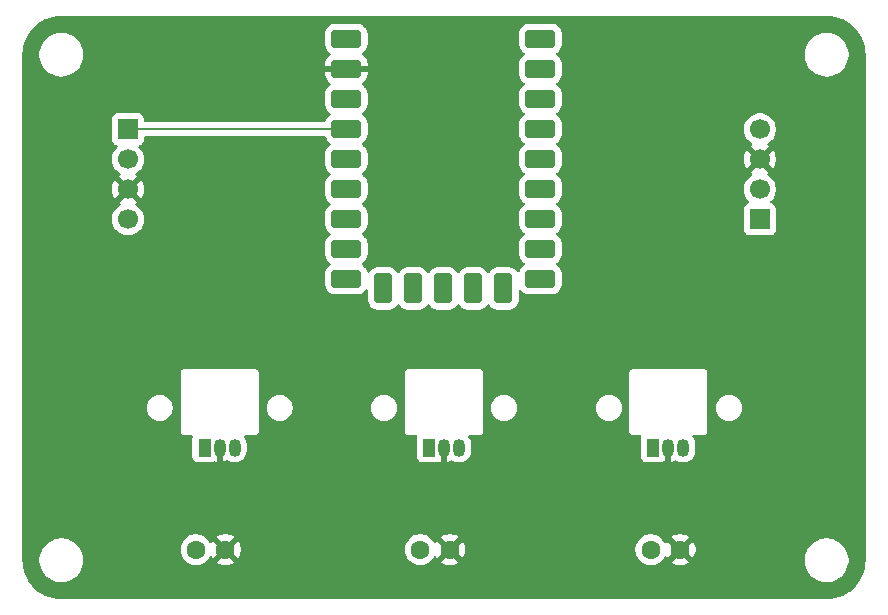
<source format=gbr>
%TF.GenerationSoftware,KiCad,Pcbnew,9.0.6*%
%TF.CreationDate,2025-12-26T19:16:22+05:30*%
%TF.ProjectId,HEpad,48457061-642e-46b6-9963-61645f706362,rev?*%
%TF.SameCoordinates,Original*%
%TF.FileFunction,Copper,L1,Top*%
%TF.FilePolarity,Positive*%
%FSLAX46Y46*%
G04 Gerber Fmt 4.6, Leading zero omitted, Abs format (unit mm)*
G04 Created by KiCad (PCBNEW 9.0.6) date 2025-12-26 19:16:22*
%MOMM*%
%LPD*%
G01*
G04 APERTURE LIST*
G04 Aperture macros list*
%AMRoundRect*
0 Rectangle with rounded corners*
0 $1 Rounding radius*
0 $2 $3 $4 $5 $6 $7 $8 $9 X,Y pos of 4 corners*
0 Add a 4 corners polygon primitive as box body*
4,1,4,$2,$3,$4,$5,$6,$7,$8,$9,$2,$3,0*
0 Add four circle primitives for the rounded corners*
1,1,$1+$1,$2,$3*
1,1,$1+$1,$4,$5*
1,1,$1+$1,$6,$7*
1,1,$1+$1,$8,$9*
0 Add four rect primitives between the rounded corners*
20,1,$1+$1,$2,$3,$4,$5,0*
20,1,$1+$1,$4,$5,$6,$7,0*
20,1,$1+$1,$6,$7,$8,$9,0*
20,1,$1+$1,$8,$9,$2,$3,0*%
G04 Aperture macros list end*
%TA.AperFunction,ComponentPad*%
%ADD10R,1.050000X1.500000*%
%TD*%
%TA.AperFunction,ComponentPad*%
%ADD11O,1.050000X1.500000*%
%TD*%
%TA.AperFunction,ComponentPad*%
%ADD12RoundRect,0.400000X-0.900000X-0.400000X0.900000X-0.400000X0.900000X0.400000X-0.900000X0.400000X0*%
%TD*%
%TA.AperFunction,ComponentPad*%
%ADD13RoundRect,0.400050X-0.899950X-0.400050X0.899950X-0.400050X0.899950X0.400050X-0.899950X0.400050X0*%
%TD*%
%TA.AperFunction,ComponentPad*%
%ADD14RoundRect,0.400000X-0.400000X-0.900000X0.400000X-0.900000X0.400000X0.900000X-0.400000X0.900000X0*%
%TD*%
%TA.AperFunction,ComponentPad*%
%ADD15RoundRect,0.393700X-0.393700X-0.906300X0.393700X-0.906300X0.393700X0.906300X-0.393700X0.906300X0*%
%TD*%
%TA.AperFunction,ComponentPad*%
%ADD16C,1.600000*%
%TD*%
%TA.AperFunction,ComponentPad*%
%ADD17R,1.700000X1.700000*%
%TD*%
%TA.AperFunction,ComponentPad*%
%ADD18C,1.700000*%
%TD*%
%TA.AperFunction,ViaPad*%
%ADD19C,0.600000*%
%TD*%
%TA.AperFunction,Conductor*%
%ADD20C,0.200000*%
%TD*%
G04 APERTURE END LIST*
D10*
%TO.P,U2,1,V_{CC}*%
%TO.N,Net-(RZ1-3V3)*%
X140730000Y-111360000D03*
D11*
%TO.P,U2,2,GND*%
%TO.N,Net-(D1-Pin_3)*%
X142000000Y-111360000D03*
%TO.P,U2,3,V_{OUT}*%
%TO.N,Net-(RZ1-GP27)*%
X143270000Y-111360000D03*
%TD*%
D12*
%TO.P,RZ1,1,GP0*%
%TO.N,Net-(D2-Pin_1)*%
X150165000Y-76765000D03*
%TO.P,RZ1,2,GP1*%
%TO.N,unconnected-(RZ1-GP1-Pad2)*%
X150165000Y-79305000D03*
%TO.P,RZ1,3,GP2*%
%TO.N,unconnected-(RZ1-GP2-Pad3)*%
X150165000Y-81845000D03*
%TO.P,RZ1,4,GP3*%
%TO.N,unconnected-(RZ1-GP3-Pad4)*%
X150165000Y-84385000D03*
%TO.P,RZ1,5,GP4*%
%TO.N,unconnected-(RZ1-GP4-Pad5)*%
X150165000Y-86925000D03*
D13*
%TO.P,RZ1,6,GP5*%
%TO.N,unconnected-(RZ1-GP5-Pad6)*%
X150165000Y-89465000D03*
%TO.P,RZ1,7,GP6*%
%TO.N,unconnected-(RZ1-GP6-Pad7)*%
X150165000Y-92005000D03*
%TO.P,RZ1,8,GP7*%
%TO.N,unconnected-(RZ1-GP7-Pad8)*%
X150165000Y-94545000D03*
%TO.P,RZ1,9,GP8*%
%TO.N,unconnected-(RZ1-GP8-Pad9)*%
X150165000Y-97085000D03*
D14*
%TO.P,RZ1,10,GP9*%
%TO.N,unconnected-(RZ1-GP9-Pad10)*%
X147025000Y-97895000D03*
D15*
%TO.P,RZ1,11,GP10*%
%TO.N,unconnected-(RZ1-GP10-Pad11)*%
X144485000Y-97895000D03*
%TO.P,RZ1,12,GP11*%
%TO.N,unconnected-(RZ1-GP11-Pad12)*%
X141945000Y-97895000D03*
%TO.P,RZ1,13,GP12*%
%TO.N,unconnected-(RZ1-GP12-Pad13)*%
X139405000Y-97895000D03*
%TO.P,RZ1,14,GP13*%
%TO.N,unconnected-(RZ1-GP13-Pad14)*%
X136865000Y-97895000D03*
D13*
%TO.P,RZ1,15,GP14*%
%TO.N,unconnected-(RZ1-GP14-Pad15)*%
X133725000Y-97085000D03*
%TO.P,RZ1,16,GP15*%
%TO.N,unconnected-(RZ1-GP15-Pad16)*%
X133725000Y-94545000D03*
%TO.P,RZ1,17,GP26*%
%TO.N,Net-(RZ1-GP26)*%
X133725000Y-92005000D03*
%TO.P,RZ1,18,GP27*%
%TO.N,Net-(RZ1-GP27)*%
X133725000Y-89465000D03*
%TO.P,RZ1,19,GP28*%
%TO.N,Net-(RZ1-GP28)*%
X133725000Y-86925000D03*
%TO.P,RZ1,20,GP29*%
%TO.N,Net-(D1-Pin_1)*%
X133725000Y-84385000D03*
%TO.P,RZ1,21,3V3*%
%TO.N,Net-(RZ1-3V3)*%
X133725000Y-81845000D03*
%TO.P,RZ1,22,5V*%
%TO.N,Net-(D1-Pin_2)*%
X133725000Y-76765000D03*
%TO.P,RZ1,23,GND*%
%TO.N,Net-(D1-Pin_3)*%
X133725000Y-79305000D03*
%TD*%
D16*
%TO.P,C2,1*%
%TO.N,Net-(RZ1-3V3)*%
X140000000Y-120000000D03*
%TO.P,C2,2*%
%TO.N,Net-(D1-Pin_3)*%
X142500000Y-120000000D03*
%TD*%
D17*
%TO.P,D1,1,Pin_1*%
%TO.N,Net-(D1-Pin_1)*%
X115250000Y-84420000D03*
D18*
%TO.P,D1,2,Pin_2*%
%TO.N,Net-(D1-Pin_2)*%
X115250000Y-86960000D03*
%TO.P,D1,3,Pin_3*%
%TO.N,Net-(D1-Pin_3)*%
X115250000Y-89500000D03*
%TO.P,D1,4,Pin_4*%
%TO.N,unconnected-(D1-Pin_4-Pad4)*%
X115250000Y-92040000D03*
%TD*%
D10*
%TO.P,U3,1,V_{CC}*%
%TO.N,Net-(RZ1-3V3)*%
X159710000Y-111360000D03*
D11*
%TO.P,U3,2,GND*%
%TO.N,Net-(D1-Pin_3)*%
X160980000Y-111360000D03*
%TO.P,U3,3,V_{OUT}*%
%TO.N,Net-(RZ1-GP26)*%
X162250000Y-111360000D03*
%TD*%
D17*
%TO.P,D2,1,Pin_1*%
%TO.N,Net-(D2-Pin_1)*%
X168750000Y-92040000D03*
D18*
%TO.P,D2,2,Pin_2*%
%TO.N,Net-(D1-Pin_2)*%
X168750000Y-89500000D03*
%TO.P,D2,3,Pin_3*%
%TO.N,Net-(D1-Pin_3)*%
X168750000Y-86960000D03*
%TO.P,D2,4,Pin_4*%
%TO.N,unconnected-(D2-Pin_4-Pad4)*%
X168750000Y-84420000D03*
%TD*%
D16*
%TO.P,C3,1*%
%TO.N,Net-(RZ1-3V3)*%
X159500000Y-120000000D03*
%TO.P,C3,2*%
%TO.N,Net-(D1-Pin_3)*%
X162000000Y-120000000D03*
%TD*%
%TO.P,C1,1*%
%TO.N,Net-(RZ1-3V3)*%
X121000000Y-120000000D03*
%TO.P,C1,2*%
%TO.N,Net-(D1-Pin_3)*%
X123500000Y-120000000D03*
%TD*%
D10*
%TO.P,U1,1,V_{CC}*%
%TO.N,Net-(RZ1-3V3)*%
X121730000Y-111360000D03*
D11*
%TO.P,U1,2,GND*%
%TO.N,Net-(D1-Pin_3)*%
X123000000Y-111360000D03*
%TO.P,U1,3,V_{OUT}*%
%TO.N,Net-(RZ1-GP28)*%
X124270000Y-111360000D03*
%TD*%
D19*
%TO.N,Net-(D1-Pin_3)*%
X151250000Y-99750000D03*
X142000000Y-103500000D03*
X123000000Y-103500000D03*
X161000000Y-103500000D03*
X132750000Y-99750000D03*
X141500000Y-87000000D03*
%TD*%
D20*
%TO.N,Net-(D1-Pin_1)*%
X134325000Y-84385000D02*
X114785000Y-84385000D01*
X114785000Y-84385000D02*
X114750000Y-84420000D01*
%TD*%
%TA.AperFunction,Conductor*%
%TO.N,Net-(D1-Pin_3)*%
G36*
X174403243Y-74800669D02*
G01*
X174738405Y-74818235D01*
X174751313Y-74819592D01*
X175079587Y-74871585D01*
X175092270Y-74874280D01*
X175413332Y-74960309D01*
X175425665Y-74964316D01*
X175735971Y-75083432D01*
X175747807Y-75088701D01*
X176043977Y-75239607D01*
X176055191Y-75246083D01*
X176333943Y-75427106D01*
X176344444Y-75434735D01*
X176602749Y-75643907D01*
X176612394Y-75652592D01*
X176847407Y-75887605D01*
X176856092Y-75897250D01*
X177065264Y-76155555D01*
X177072893Y-76166056D01*
X177110066Y-76223297D01*
X177253913Y-76444802D01*
X177260395Y-76456029D01*
X177387626Y-76705733D01*
X177411293Y-76752182D01*
X177416572Y-76764039D01*
X177535681Y-77074329D01*
X177539692Y-77086673D01*
X177625717Y-77407723D01*
X177628415Y-77420419D01*
X177680407Y-77748686D01*
X177681764Y-77761594D01*
X177699330Y-78096756D01*
X177699500Y-78103246D01*
X177699500Y-120896753D01*
X177699330Y-120903243D01*
X177681764Y-121238405D01*
X177680407Y-121251313D01*
X177628415Y-121579580D01*
X177625717Y-121592276D01*
X177539692Y-121913326D01*
X177535681Y-121925670D01*
X177416572Y-122235960D01*
X177411293Y-122247817D01*
X177260399Y-122543964D01*
X177253909Y-122555204D01*
X177072893Y-122833943D01*
X177065264Y-122844444D01*
X176856092Y-123102749D01*
X176847407Y-123112394D01*
X176612394Y-123347407D01*
X176602749Y-123356092D01*
X176344444Y-123565264D01*
X176333943Y-123572893D01*
X176055204Y-123753909D01*
X176043964Y-123760399D01*
X175747817Y-123911293D01*
X175735960Y-123916572D01*
X175425670Y-124035681D01*
X175413326Y-124039692D01*
X175092276Y-124125717D01*
X175079580Y-124128415D01*
X174751313Y-124180407D01*
X174738405Y-124181764D01*
X174403244Y-124199330D01*
X174396754Y-124199500D01*
X109603246Y-124199500D01*
X109596756Y-124199330D01*
X109261594Y-124181764D01*
X109248686Y-124180407D01*
X108920419Y-124128415D01*
X108907723Y-124125717D01*
X108586673Y-124039692D01*
X108574329Y-124035681D01*
X108264039Y-123916572D01*
X108252182Y-123911293D01*
X108237853Y-123903992D01*
X107956029Y-123760395D01*
X107944802Y-123753913D01*
X107666056Y-123572893D01*
X107655555Y-123565264D01*
X107397250Y-123356092D01*
X107387605Y-123347407D01*
X107152592Y-123112394D01*
X107143907Y-123102749D01*
X106934735Y-122844444D01*
X106927106Y-122833943D01*
X106905081Y-122800028D01*
X106746083Y-122555191D01*
X106739607Y-122543977D01*
X106588701Y-122247807D01*
X106583432Y-122235971D01*
X106464316Y-121925665D01*
X106460307Y-121913326D01*
X106408562Y-121720212D01*
X106374280Y-121592270D01*
X106371584Y-121579580D01*
X106349390Y-121439454D01*
X106319592Y-121251313D01*
X106318235Y-121238405D01*
X106316471Y-121204755D01*
X106300670Y-120903243D01*
X106300500Y-120896753D01*
X106300500Y-120778711D01*
X107749500Y-120778711D01*
X107749500Y-121021288D01*
X107781161Y-121261785D01*
X107843947Y-121496104D01*
X107883783Y-121592276D01*
X107936776Y-121720212D01*
X108058064Y-121930289D01*
X108058066Y-121930292D01*
X108058067Y-121930293D01*
X108205733Y-122122736D01*
X108205739Y-122122743D01*
X108377256Y-122294260D01*
X108377262Y-122294265D01*
X108569711Y-122441936D01*
X108779788Y-122563224D01*
X109003900Y-122656054D01*
X109238211Y-122718838D01*
X109418586Y-122742584D01*
X109478711Y-122750500D01*
X109478712Y-122750500D01*
X109721289Y-122750500D01*
X109769388Y-122744167D01*
X109961789Y-122718838D01*
X110196100Y-122656054D01*
X110420212Y-122563224D01*
X110630289Y-122441936D01*
X110822738Y-122294265D01*
X110994265Y-122122738D01*
X111141936Y-121930289D01*
X111263224Y-121720212D01*
X111356054Y-121496100D01*
X111418838Y-121261789D01*
X111450500Y-121021288D01*
X111450500Y-120778712D01*
X111418838Y-120538211D01*
X111356054Y-120303900D01*
X111263224Y-120079788D01*
X111158065Y-119897648D01*
X119699500Y-119897648D01*
X119699500Y-120102351D01*
X119731522Y-120304534D01*
X119794781Y-120499223D01*
X119837248Y-120582567D01*
X119887585Y-120681359D01*
X119887715Y-120681613D01*
X120008028Y-120847213D01*
X120152786Y-120991971D01*
X120273226Y-121079474D01*
X120318390Y-121112287D01*
X120434607Y-121171503D01*
X120500776Y-121205218D01*
X120500778Y-121205218D01*
X120500781Y-121205220D01*
X120602914Y-121238405D01*
X120695465Y-121268477D01*
X120796557Y-121284488D01*
X120897648Y-121300500D01*
X120897649Y-121300500D01*
X121102351Y-121300500D01*
X121102352Y-121300500D01*
X121304534Y-121268477D01*
X121499219Y-121205220D01*
X121681610Y-121112287D01*
X121774590Y-121044732D01*
X121847213Y-120991971D01*
X121847215Y-120991968D01*
X121847219Y-120991966D01*
X121991966Y-120847219D01*
X121991968Y-120847215D01*
X121991971Y-120847213D01*
X122112286Y-120681611D01*
X122112415Y-120681359D01*
X122139795Y-120627621D01*
X122187769Y-120576826D01*
X122255589Y-120560030D01*
X122321725Y-120582567D01*
X122360765Y-120627621D01*
X122388141Y-120681350D01*
X122388147Y-120681359D01*
X122420523Y-120725921D01*
X122420524Y-120725922D01*
X123100000Y-120046446D01*
X123100000Y-120052661D01*
X123127259Y-120154394D01*
X123179920Y-120245606D01*
X123254394Y-120320080D01*
X123345606Y-120372741D01*
X123447339Y-120400000D01*
X123453553Y-120400000D01*
X122774076Y-121079474D01*
X122818650Y-121111859D01*
X123000968Y-121204755D01*
X123195582Y-121267990D01*
X123397683Y-121300000D01*
X123602317Y-121300000D01*
X123804417Y-121267990D01*
X123999031Y-121204755D01*
X124181349Y-121111859D01*
X124225921Y-121079474D01*
X123546447Y-120400000D01*
X123552661Y-120400000D01*
X123654394Y-120372741D01*
X123745606Y-120320080D01*
X123820080Y-120245606D01*
X123872741Y-120154394D01*
X123900000Y-120052661D01*
X123900000Y-120046448D01*
X124579474Y-120725922D01*
X124579474Y-120725921D01*
X124611859Y-120681349D01*
X124704755Y-120499031D01*
X124767990Y-120304417D01*
X124800000Y-120102317D01*
X124800000Y-119897682D01*
X124799995Y-119897648D01*
X138699500Y-119897648D01*
X138699500Y-120102351D01*
X138731522Y-120304534D01*
X138794781Y-120499223D01*
X138837248Y-120582567D01*
X138887585Y-120681359D01*
X138887715Y-120681613D01*
X139008028Y-120847213D01*
X139152786Y-120991971D01*
X139273226Y-121079474D01*
X139318390Y-121112287D01*
X139434607Y-121171503D01*
X139500776Y-121205218D01*
X139500778Y-121205218D01*
X139500781Y-121205220D01*
X139602914Y-121238405D01*
X139695465Y-121268477D01*
X139796557Y-121284488D01*
X139897648Y-121300500D01*
X139897649Y-121300500D01*
X140102351Y-121300500D01*
X140102352Y-121300500D01*
X140304534Y-121268477D01*
X140499219Y-121205220D01*
X140681610Y-121112287D01*
X140774590Y-121044732D01*
X140847213Y-120991971D01*
X140847215Y-120991968D01*
X140847219Y-120991966D01*
X140991966Y-120847219D01*
X140991968Y-120847215D01*
X140991971Y-120847213D01*
X141112286Y-120681611D01*
X141112415Y-120681359D01*
X141139795Y-120627621D01*
X141187769Y-120576826D01*
X141255589Y-120560030D01*
X141321725Y-120582567D01*
X141360765Y-120627621D01*
X141388141Y-120681350D01*
X141388147Y-120681359D01*
X141420523Y-120725921D01*
X141420524Y-120725922D01*
X142100000Y-120046446D01*
X142100000Y-120052661D01*
X142127259Y-120154394D01*
X142179920Y-120245606D01*
X142254394Y-120320080D01*
X142345606Y-120372741D01*
X142447339Y-120400000D01*
X142453553Y-120400000D01*
X141774076Y-121079474D01*
X141818650Y-121111859D01*
X142000968Y-121204755D01*
X142195582Y-121267990D01*
X142397683Y-121300000D01*
X142602317Y-121300000D01*
X142804417Y-121267990D01*
X142999031Y-121204755D01*
X143181349Y-121111859D01*
X143225922Y-121079474D01*
X142546447Y-120400000D01*
X142552661Y-120400000D01*
X142654394Y-120372741D01*
X142745606Y-120320080D01*
X142820080Y-120245606D01*
X142872741Y-120154394D01*
X142900000Y-120052661D01*
X142900000Y-120046448D01*
X143579474Y-120725922D01*
X143579474Y-120725921D01*
X143611859Y-120681349D01*
X143704755Y-120499031D01*
X143767990Y-120304417D01*
X143800000Y-120102317D01*
X143800000Y-119897682D01*
X143799995Y-119897648D01*
X158199500Y-119897648D01*
X158199500Y-120102351D01*
X158231522Y-120304534D01*
X158294781Y-120499223D01*
X158337248Y-120582567D01*
X158387585Y-120681359D01*
X158387715Y-120681613D01*
X158508028Y-120847213D01*
X158652786Y-120991971D01*
X158773226Y-121079474D01*
X158818390Y-121112287D01*
X158934607Y-121171503D01*
X159000776Y-121205218D01*
X159000778Y-121205218D01*
X159000781Y-121205220D01*
X159102914Y-121238405D01*
X159195465Y-121268477D01*
X159296557Y-121284488D01*
X159397648Y-121300500D01*
X159397649Y-121300500D01*
X159602351Y-121300500D01*
X159602352Y-121300500D01*
X159804534Y-121268477D01*
X159999219Y-121205220D01*
X160181610Y-121112287D01*
X160274590Y-121044732D01*
X160347213Y-120991971D01*
X160347215Y-120991968D01*
X160347219Y-120991966D01*
X160491966Y-120847219D01*
X160491968Y-120847215D01*
X160491971Y-120847213D01*
X160612286Y-120681611D01*
X160612415Y-120681359D01*
X160639795Y-120627621D01*
X160687769Y-120576826D01*
X160755589Y-120560030D01*
X160821725Y-120582567D01*
X160860765Y-120627621D01*
X160888141Y-120681350D01*
X160888147Y-120681359D01*
X160920523Y-120725921D01*
X160920524Y-120725922D01*
X161600000Y-120046446D01*
X161600000Y-120052661D01*
X161627259Y-120154394D01*
X161679920Y-120245606D01*
X161754394Y-120320080D01*
X161845606Y-120372741D01*
X161947339Y-120400000D01*
X161953553Y-120400000D01*
X161274076Y-121079474D01*
X161318650Y-121111859D01*
X161500968Y-121204755D01*
X161695582Y-121267990D01*
X161897683Y-121300000D01*
X162102317Y-121300000D01*
X162304417Y-121267990D01*
X162499031Y-121204755D01*
X162681349Y-121111859D01*
X162725921Y-121079474D01*
X162425158Y-120778711D01*
X172549500Y-120778711D01*
X172549500Y-121021288D01*
X172581161Y-121261785D01*
X172643947Y-121496104D01*
X172683783Y-121592276D01*
X172736776Y-121720212D01*
X172858064Y-121930289D01*
X172858066Y-121930292D01*
X172858067Y-121930293D01*
X173005733Y-122122736D01*
X173005739Y-122122743D01*
X173177256Y-122294260D01*
X173177262Y-122294265D01*
X173369711Y-122441936D01*
X173579788Y-122563224D01*
X173803900Y-122656054D01*
X174038211Y-122718838D01*
X174218586Y-122742584D01*
X174278711Y-122750500D01*
X174278712Y-122750500D01*
X174521289Y-122750500D01*
X174569388Y-122744167D01*
X174761789Y-122718838D01*
X174996100Y-122656054D01*
X175220212Y-122563224D01*
X175430289Y-122441936D01*
X175622738Y-122294265D01*
X175794265Y-122122738D01*
X175941936Y-121930289D01*
X176063224Y-121720212D01*
X176156054Y-121496100D01*
X176218838Y-121261789D01*
X176250500Y-121021288D01*
X176250500Y-120778712D01*
X176218838Y-120538211D01*
X176156054Y-120303900D01*
X176063224Y-120079788D01*
X175941936Y-119869711D01*
X175853450Y-119754394D01*
X175794266Y-119677263D01*
X175794260Y-119677256D01*
X175622743Y-119505739D01*
X175622736Y-119505733D01*
X175430293Y-119358067D01*
X175430292Y-119358066D01*
X175430289Y-119358064D01*
X175220212Y-119236776D01*
X175220205Y-119236773D01*
X174996104Y-119143947D01*
X174761785Y-119081161D01*
X174521289Y-119049500D01*
X174521288Y-119049500D01*
X174278712Y-119049500D01*
X174278711Y-119049500D01*
X174038214Y-119081161D01*
X173803895Y-119143947D01*
X173579794Y-119236773D01*
X173579785Y-119236777D01*
X173369706Y-119358067D01*
X173177263Y-119505733D01*
X173177256Y-119505739D01*
X173005739Y-119677256D01*
X173005733Y-119677263D01*
X172858067Y-119869706D01*
X172736777Y-120079785D01*
X172736773Y-120079794D01*
X172643947Y-120303895D01*
X172581161Y-120538214D01*
X172549500Y-120778711D01*
X162425158Y-120778711D01*
X162046447Y-120400000D01*
X162052661Y-120400000D01*
X162154394Y-120372741D01*
X162245606Y-120320080D01*
X162320080Y-120245606D01*
X162372741Y-120154394D01*
X162400000Y-120052661D01*
X162400000Y-120046447D01*
X163079474Y-120725921D01*
X163079475Y-120725921D01*
X163097026Y-120701766D01*
X163111860Y-120681348D01*
X163204755Y-120499031D01*
X163267990Y-120304417D01*
X163300000Y-120102317D01*
X163300000Y-119897682D01*
X163267990Y-119695582D01*
X163204755Y-119500968D01*
X163111859Y-119318650D01*
X163079474Y-119274077D01*
X163079474Y-119274076D01*
X162400000Y-119953551D01*
X162400000Y-119947339D01*
X162372741Y-119845606D01*
X162320080Y-119754394D01*
X162245606Y-119679920D01*
X162154394Y-119627259D01*
X162052661Y-119600000D01*
X162046446Y-119600000D01*
X162725922Y-118920524D01*
X162725921Y-118920523D01*
X162681359Y-118888147D01*
X162681350Y-118888141D01*
X162499031Y-118795244D01*
X162304417Y-118732009D01*
X162102317Y-118700000D01*
X161897683Y-118700000D01*
X161695582Y-118732009D01*
X161500968Y-118795244D01*
X161318644Y-118888143D01*
X161274077Y-118920523D01*
X161274077Y-118920524D01*
X161953554Y-119600000D01*
X161947339Y-119600000D01*
X161845606Y-119627259D01*
X161754394Y-119679920D01*
X161679920Y-119754394D01*
X161627259Y-119845606D01*
X161600000Y-119947339D01*
X161600000Y-119953553D01*
X160920524Y-119274077D01*
X160920523Y-119274077D01*
X160888143Y-119318644D01*
X160860765Y-119372378D01*
X160812790Y-119423174D01*
X160744969Y-119439969D01*
X160678834Y-119417431D01*
X160639795Y-119372378D01*
X160612284Y-119318385D01*
X160491971Y-119152786D01*
X160347213Y-119008028D01*
X160181613Y-118887715D01*
X160181612Y-118887714D01*
X160181610Y-118887713D01*
X160124653Y-118858691D01*
X159999223Y-118794781D01*
X159804534Y-118731522D01*
X159629995Y-118703878D01*
X159602352Y-118699500D01*
X159397648Y-118699500D01*
X159373329Y-118703351D01*
X159195465Y-118731522D01*
X159000776Y-118794781D01*
X158818386Y-118887715D01*
X158652786Y-119008028D01*
X158508028Y-119152786D01*
X158387715Y-119318386D01*
X158294781Y-119500776D01*
X158231522Y-119695465D01*
X158199500Y-119897648D01*
X143799995Y-119897648D01*
X143767990Y-119695582D01*
X143704755Y-119500968D01*
X143611859Y-119318650D01*
X143579474Y-119274077D01*
X143579474Y-119274076D01*
X142900000Y-119953551D01*
X142900000Y-119947339D01*
X142872741Y-119845606D01*
X142820080Y-119754394D01*
X142745606Y-119679920D01*
X142654394Y-119627259D01*
X142552661Y-119600000D01*
X142546446Y-119600000D01*
X143225922Y-118920524D01*
X143225921Y-118920523D01*
X143181359Y-118888147D01*
X143181350Y-118888141D01*
X142999031Y-118795244D01*
X142804417Y-118732009D01*
X142602317Y-118700000D01*
X142397683Y-118700000D01*
X142195582Y-118732009D01*
X142000968Y-118795244D01*
X141818644Y-118888143D01*
X141774077Y-118920523D01*
X141774077Y-118920524D01*
X142453554Y-119600000D01*
X142447339Y-119600000D01*
X142345606Y-119627259D01*
X142254394Y-119679920D01*
X142179920Y-119754394D01*
X142127259Y-119845606D01*
X142100000Y-119947339D01*
X142100000Y-119953553D01*
X141420524Y-119274077D01*
X141420523Y-119274077D01*
X141388143Y-119318644D01*
X141360765Y-119372378D01*
X141312790Y-119423174D01*
X141244969Y-119439969D01*
X141178834Y-119417431D01*
X141139795Y-119372378D01*
X141112284Y-119318385D01*
X140991971Y-119152786D01*
X140847213Y-119008028D01*
X140681613Y-118887715D01*
X140681612Y-118887714D01*
X140681610Y-118887713D01*
X140624653Y-118858691D01*
X140499223Y-118794781D01*
X140304534Y-118731522D01*
X140129995Y-118703878D01*
X140102352Y-118699500D01*
X139897648Y-118699500D01*
X139873329Y-118703351D01*
X139695465Y-118731522D01*
X139500776Y-118794781D01*
X139318386Y-118887715D01*
X139152786Y-119008028D01*
X139008028Y-119152786D01*
X138887715Y-119318386D01*
X138794781Y-119500776D01*
X138731522Y-119695465D01*
X138699500Y-119897648D01*
X124799995Y-119897648D01*
X124767990Y-119695582D01*
X124704755Y-119500968D01*
X124611859Y-119318650D01*
X124579474Y-119274077D01*
X124579474Y-119274076D01*
X123900000Y-119953551D01*
X123900000Y-119947339D01*
X123872741Y-119845606D01*
X123820080Y-119754394D01*
X123745606Y-119679920D01*
X123654394Y-119627259D01*
X123552661Y-119600000D01*
X123546446Y-119600000D01*
X124225922Y-118920524D01*
X124225921Y-118920523D01*
X124181359Y-118888147D01*
X124181350Y-118888141D01*
X123999031Y-118795244D01*
X123804417Y-118732009D01*
X123602317Y-118700000D01*
X123397683Y-118700000D01*
X123195582Y-118732009D01*
X123000968Y-118795244D01*
X122818644Y-118888143D01*
X122774077Y-118920523D01*
X122774077Y-118920524D01*
X123453554Y-119600000D01*
X123447339Y-119600000D01*
X123345606Y-119627259D01*
X123254394Y-119679920D01*
X123179920Y-119754394D01*
X123127259Y-119845606D01*
X123100000Y-119947339D01*
X123100000Y-119953553D01*
X122420524Y-119274077D01*
X122420523Y-119274077D01*
X122388143Y-119318644D01*
X122360765Y-119372378D01*
X122312790Y-119423174D01*
X122244969Y-119439969D01*
X122178834Y-119417431D01*
X122139795Y-119372378D01*
X122112284Y-119318385D01*
X121991971Y-119152786D01*
X121847213Y-119008028D01*
X121681613Y-118887715D01*
X121681612Y-118887714D01*
X121681610Y-118887713D01*
X121624653Y-118858691D01*
X121499223Y-118794781D01*
X121304534Y-118731522D01*
X121129995Y-118703878D01*
X121102352Y-118699500D01*
X120897648Y-118699500D01*
X120873329Y-118703351D01*
X120695465Y-118731522D01*
X120500776Y-118794781D01*
X120318386Y-118887715D01*
X120152786Y-119008028D01*
X120008028Y-119152786D01*
X119887715Y-119318386D01*
X119794781Y-119500776D01*
X119731522Y-119695465D01*
X119699500Y-119897648D01*
X111158065Y-119897648D01*
X111141936Y-119869711D01*
X111053450Y-119754394D01*
X110994266Y-119677263D01*
X110994260Y-119677256D01*
X110822743Y-119505739D01*
X110822736Y-119505733D01*
X110630293Y-119358067D01*
X110630292Y-119358066D01*
X110630289Y-119358064D01*
X110420212Y-119236776D01*
X110420205Y-119236773D01*
X110196104Y-119143947D01*
X109961785Y-119081161D01*
X109721289Y-119049500D01*
X109721288Y-119049500D01*
X109478712Y-119049500D01*
X109478711Y-119049500D01*
X109238214Y-119081161D01*
X109003895Y-119143947D01*
X108779794Y-119236773D01*
X108779785Y-119236777D01*
X108569706Y-119358067D01*
X108377263Y-119505733D01*
X108377256Y-119505739D01*
X108205739Y-119677256D01*
X108205733Y-119677263D01*
X108058067Y-119869706D01*
X107936777Y-120079785D01*
X107936773Y-120079794D01*
X107843947Y-120303895D01*
X107781161Y-120538214D01*
X107749500Y-120778711D01*
X106300500Y-120778711D01*
X106300500Y-107913389D01*
X116819500Y-107913389D01*
X116819500Y-108086611D01*
X116846598Y-108257701D01*
X116900127Y-108422445D01*
X116978768Y-108576788D01*
X117080586Y-108716928D01*
X117203072Y-108839414D01*
X117343212Y-108941232D01*
X117497555Y-109019873D01*
X117662299Y-109073402D01*
X117833389Y-109100500D01*
X117833390Y-109100500D01*
X118006610Y-109100500D01*
X118006611Y-109100500D01*
X118177701Y-109073402D01*
X118342445Y-109019873D01*
X118496788Y-108941232D01*
X118636928Y-108839414D01*
X118759414Y-108716928D01*
X118861232Y-108576788D01*
X118939873Y-108422445D01*
X118993402Y-108257701D01*
X119020500Y-108086611D01*
X119020500Y-107913389D01*
X118993402Y-107742299D01*
X118939873Y-107577555D01*
X118861232Y-107423212D01*
X118759414Y-107283072D01*
X118636928Y-107160586D01*
X118496788Y-107058768D01*
X118342445Y-106980127D01*
X118177701Y-106926598D01*
X118177699Y-106926597D01*
X118177698Y-106926597D01*
X118046271Y-106905781D01*
X118006611Y-106899500D01*
X117833389Y-106899500D01*
X117793728Y-106905781D01*
X117662302Y-106926597D01*
X117497552Y-106980128D01*
X117343211Y-107058768D01*
X117263256Y-107116859D01*
X117203072Y-107160586D01*
X117203070Y-107160588D01*
X117203069Y-107160588D01*
X117080588Y-107283069D01*
X117080588Y-107283070D01*
X117080586Y-107283072D01*
X117036859Y-107343256D01*
X116978768Y-107423211D01*
X116900128Y-107577552D01*
X116846597Y-107742302D01*
X116819500Y-107913389D01*
X106300500Y-107913389D01*
X106300500Y-104960438D01*
X119699500Y-104960438D01*
X119699500Y-110039562D01*
X119713152Y-110090513D01*
X119719979Y-110115990D01*
X119719982Y-110115995D01*
X119759535Y-110184504D01*
X119759539Y-110184509D01*
X119759540Y-110184511D01*
X119815489Y-110240460D01*
X119815491Y-110240461D01*
X119815495Y-110240464D01*
X119884004Y-110280017D01*
X119884011Y-110280021D01*
X119960438Y-110300500D01*
X120039562Y-110300500D01*
X120607663Y-110300500D01*
X120674702Y-110320185D01*
X120720457Y-110372989D01*
X120730401Y-110442147D01*
X120723845Y-110467833D01*
X120710908Y-110502517D01*
X120704501Y-110562116D01*
X120704500Y-110562135D01*
X120704500Y-112157870D01*
X120704501Y-112157876D01*
X120710908Y-112217483D01*
X120761202Y-112352328D01*
X120761206Y-112352335D01*
X120847452Y-112467544D01*
X120847455Y-112467547D01*
X120962664Y-112553793D01*
X120962671Y-112553797D01*
X121097517Y-112604091D01*
X121097516Y-112604091D01*
X121104444Y-112604835D01*
X121157127Y-112610500D01*
X122302872Y-112610499D01*
X122362483Y-112604091D01*
X122497331Y-112553796D01*
X122498893Y-112552626D01*
X122500722Y-112551944D01*
X122505118Y-112549544D01*
X122505462Y-112550175D01*
X122564354Y-112528204D01*
X122620664Y-112537326D01*
X122701017Y-112570609D01*
X122701025Y-112570611D01*
X122750000Y-112580353D01*
X122750000Y-112215671D01*
X122750711Y-112202415D01*
X122755499Y-112157881D01*
X122755500Y-112157873D01*
X122755499Y-111645829D01*
X122769745Y-111660075D01*
X122855255Y-111709444D01*
X122950630Y-111735000D01*
X123049370Y-111735000D01*
X123144745Y-111709444D01*
X123230255Y-111660075D01*
X123244500Y-111645830D01*
X123244500Y-111686002D01*
X123247617Y-111701671D01*
X123250000Y-111725865D01*
X123250000Y-112580352D01*
X123298974Y-112570612D01*
X123298983Y-112570609D01*
X123485515Y-112493346D01*
X123485518Y-112493344D01*
X123565658Y-112439796D01*
X123632335Y-112418917D01*
X123699716Y-112437401D01*
X123703422Y-112439783D01*
X123784244Y-112493786D01*
X123970873Y-112571091D01*
X124136777Y-112604091D01*
X124168992Y-112610499D01*
X124168996Y-112610500D01*
X124168997Y-112610500D01*
X124371004Y-112610500D01*
X124371005Y-112610499D01*
X124569127Y-112571091D01*
X124755756Y-112493786D01*
X124923718Y-112381558D01*
X125066558Y-112238718D01*
X125178786Y-112070756D01*
X125256091Y-111884127D01*
X125295500Y-111686003D01*
X125295500Y-111033997D01*
X125256091Y-110835873D01*
X125178786Y-110649244D01*
X125178784Y-110649241D01*
X125178782Y-110649237D01*
X125074649Y-110493391D01*
X125053771Y-110426713D01*
X125072256Y-110359333D01*
X125124234Y-110312643D01*
X125177751Y-110300500D01*
X126039560Y-110300500D01*
X126039562Y-110300500D01*
X126115989Y-110280021D01*
X126184511Y-110240460D01*
X126240460Y-110184511D01*
X126280021Y-110115989D01*
X126300500Y-110039562D01*
X126300500Y-107913389D01*
X126979500Y-107913389D01*
X126979500Y-108086611D01*
X127006598Y-108257701D01*
X127060127Y-108422445D01*
X127138768Y-108576788D01*
X127240586Y-108716928D01*
X127363072Y-108839414D01*
X127503212Y-108941232D01*
X127657555Y-109019873D01*
X127822299Y-109073402D01*
X127993389Y-109100500D01*
X127993390Y-109100500D01*
X128166610Y-109100500D01*
X128166611Y-109100500D01*
X128337701Y-109073402D01*
X128502445Y-109019873D01*
X128656788Y-108941232D01*
X128796928Y-108839414D01*
X128919414Y-108716928D01*
X129021232Y-108576788D01*
X129099873Y-108422445D01*
X129153402Y-108257701D01*
X129180500Y-108086611D01*
X129180500Y-107913389D01*
X135819500Y-107913389D01*
X135819500Y-108086611D01*
X135846598Y-108257701D01*
X135900127Y-108422445D01*
X135978768Y-108576788D01*
X136080586Y-108716928D01*
X136203072Y-108839414D01*
X136343212Y-108941232D01*
X136497555Y-109019873D01*
X136662299Y-109073402D01*
X136833389Y-109100500D01*
X136833390Y-109100500D01*
X137006610Y-109100500D01*
X137006611Y-109100500D01*
X137177701Y-109073402D01*
X137342445Y-109019873D01*
X137496788Y-108941232D01*
X137636928Y-108839414D01*
X137759414Y-108716928D01*
X137861232Y-108576788D01*
X137939873Y-108422445D01*
X137993402Y-108257701D01*
X138020500Y-108086611D01*
X138020500Y-107913389D01*
X137993402Y-107742299D01*
X137939873Y-107577555D01*
X137861232Y-107423212D01*
X137759414Y-107283072D01*
X137636928Y-107160586D01*
X137496788Y-107058768D01*
X137342445Y-106980127D01*
X137177701Y-106926598D01*
X137177699Y-106926597D01*
X137177698Y-106926597D01*
X137046271Y-106905781D01*
X137006611Y-106899500D01*
X136833389Y-106899500D01*
X136793728Y-106905781D01*
X136662302Y-106926597D01*
X136497552Y-106980128D01*
X136343211Y-107058768D01*
X136263256Y-107116859D01*
X136203072Y-107160586D01*
X136203070Y-107160588D01*
X136203069Y-107160588D01*
X136080588Y-107283069D01*
X136080588Y-107283070D01*
X136080586Y-107283072D01*
X136036859Y-107343256D01*
X135978768Y-107423211D01*
X135900128Y-107577552D01*
X135846597Y-107742302D01*
X135819500Y-107913389D01*
X129180500Y-107913389D01*
X129153402Y-107742299D01*
X129099873Y-107577555D01*
X129021232Y-107423212D01*
X128919414Y-107283072D01*
X128796928Y-107160586D01*
X128656788Y-107058768D01*
X128502445Y-106980127D01*
X128337701Y-106926598D01*
X128337699Y-106926597D01*
X128337698Y-106926597D01*
X128206271Y-106905781D01*
X128166611Y-106899500D01*
X127993389Y-106899500D01*
X127953728Y-106905781D01*
X127822302Y-106926597D01*
X127657552Y-106980128D01*
X127503211Y-107058768D01*
X127423256Y-107116859D01*
X127363072Y-107160586D01*
X127363070Y-107160588D01*
X127363069Y-107160588D01*
X127240588Y-107283069D01*
X127240588Y-107283070D01*
X127240586Y-107283072D01*
X127196859Y-107343256D01*
X127138768Y-107423211D01*
X127060128Y-107577552D01*
X127006597Y-107742302D01*
X126979500Y-107913389D01*
X126300500Y-107913389D01*
X126300500Y-104960438D01*
X138699500Y-104960438D01*
X138699500Y-110039562D01*
X138713152Y-110090513D01*
X138719979Y-110115990D01*
X138719982Y-110115995D01*
X138759535Y-110184504D01*
X138759539Y-110184509D01*
X138759540Y-110184511D01*
X138815489Y-110240460D01*
X138815491Y-110240461D01*
X138815495Y-110240464D01*
X138884004Y-110280017D01*
X138884011Y-110280021D01*
X138960438Y-110300500D01*
X139039562Y-110300500D01*
X139607663Y-110300500D01*
X139674702Y-110320185D01*
X139720457Y-110372989D01*
X139730401Y-110442147D01*
X139723845Y-110467833D01*
X139710908Y-110502517D01*
X139704501Y-110562116D01*
X139704500Y-110562135D01*
X139704500Y-112157870D01*
X139704501Y-112157876D01*
X139710908Y-112217483D01*
X139761202Y-112352328D01*
X139761206Y-112352335D01*
X139847452Y-112467544D01*
X139847455Y-112467547D01*
X139962664Y-112553793D01*
X139962671Y-112553797D01*
X140097517Y-112604091D01*
X140097516Y-112604091D01*
X140104444Y-112604835D01*
X140157127Y-112610500D01*
X141302872Y-112610499D01*
X141362483Y-112604091D01*
X141497331Y-112553796D01*
X141498893Y-112552626D01*
X141500722Y-112551944D01*
X141505118Y-112549544D01*
X141505462Y-112550175D01*
X141564354Y-112528204D01*
X141620664Y-112537326D01*
X141701017Y-112570609D01*
X141701025Y-112570611D01*
X141750000Y-112580353D01*
X141750000Y-112215671D01*
X141750711Y-112202415D01*
X141755499Y-112157881D01*
X141755500Y-112157873D01*
X141755499Y-111645829D01*
X141769745Y-111660075D01*
X141855255Y-111709444D01*
X141950630Y-111735000D01*
X142049370Y-111735000D01*
X142144745Y-111709444D01*
X142230255Y-111660075D01*
X142244500Y-111645830D01*
X142244500Y-111686002D01*
X142247617Y-111701671D01*
X142250000Y-111725865D01*
X142250000Y-112580353D01*
X142298974Y-112570612D01*
X142298983Y-112570609D01*
X142485515Y-112493346D01*
X142485518Y-112493344D01*
X142565658Y-112439796D01*
X142632335Y-112418917D01*
X142699716Y-112437401D01*
X142703422Y-112439783D01*
X142784244Y-112493786D01*
X142970873Y-112571091D01*
X143136777Y-112604091D01*
X143168992Y-112610499D01*
X143168996Y-112610500D01*
X143168997Y-112610500D01*
X143371004Y-112610500D01*
X143371005Y-112610499D01*
X143569127Y-112571091D01*
X143755756Y-112493786D01*
X143923718Y-112381558D01*
X144066558Y-112238718D01*
X144178786Y-112070756D01*
X144256091Y-111884127D01*
X144295500Y-111686003D01*
X144295500Y-111033997D01*
X144256091Y-110835873D01*
X144178786Y-110649244D01*
X144178784Y-110649241D01*
X144178782Y-110649237D01*
X144074649Y-110493391D01*
X144053771Y-110426713D01*
X144072256Y-110359333D01*
X144124234Y-110312643D01*
X144177751Y-110300500D01*
X145039560Y-110300500D01*
X145039562Y-110300500D01*
X145115989Y-110280021D01*
X145184511Y-110240460D01*
X145240460Y-110184511D01*
X145280021Y-110115989D01*
X145300500Y-110039562D01*
X145300500Y-107913389D01*
X145979500Y-107913389D01*
X145979500Y-108086611D01*
X146006598Y-108257701D01*
X146060127Y-108422445D01*
X146138768Y-108576788D01*
X146240586Y-108716928D01*
X146363072Y-108839414D01*
X146503212Y-108941232D01*
X146657555Y-109019873D01*
X146822299Y-109073402D01*
X146993389Y-109100500D01*
X146993390Y-109100500D01*
X147166610Y-109100500D01*
X147166611Y-109100500D01*
X147337701Y-109073402D01*
X147502445Y-109019873D01*
X147656788Y-108941232D01*
X147796928Y-108839414D01*
X147919414Y-108716928D01*
X148021232Y-108576788D01*
X148099873Y-108422445D01*
X148153402Y-108257701D01*
X148180500Y-108086611D01*
X148180500Y-107913389D01*
X154879500Y-107913389D01*
X154879500Y-108086611D01*
X154906598Y-108257701D01*
X154960127Y-108422445D01*
X155038768Y-108576788D01*
X155140586Y-108716928D01*
X155263072Y-108839414D01*
X155403212Y-108941232D01*
X155557555Y-109019873D01*
X155722299Y-109073402D01*
X155893389Y-109100500D01*
X155893390Y-109100500D01*
X156066610Y-109100500D01*
X156066611Y-109100500D01*
X156237701Y-109073402D01*
X156402445Y-109019873D01*
X156556788Y-108941232D01*
X156696928Y-108839414D01*
X156819414Y-108716928D01*
X156921232Y-108576788D01*
X156999873Y-108422445D01*
X157053402Y-108257701D01*
X157080500Y-108086611D01*
X157080500Y-107913389D01*
X157053402Y-107742299D01*
X156999873Y-107577555D01*
X156921232Y-107423212D01*
X156819414Y-107283072D01*
X156696928Y-107160586D01*
X156556788Y-107058768D01*
X156402445Y-106980127D01*
X156237701Y-106926598D01*
X156237699Y-106926597D01*
X156237698Y-106926597D01*
X156106271Y-106905781D01*
X156066611Y-106899500D01*
X155893389Y-106899500D01*
X155853728Y-106905781D01*
X155722302Y-106926597D01*
X155557552Y-106980128D01*
X155403211Y-107058768D01*
X155323256Y-107116859D01*
X155263072Y-107160586D01*
X155263070Y-107160588D01*
X155263069Y-107160588D01*
X155140588Y-107283069D01*
X155140588Y-107283070D01*
X155140586Y-107283072D01*
X155096859Y-107343256D01*
X155038768Y-107423211D01*
X154960128Y-107577552D01*
X154906597Y-107742302D01*
X154879500Y-107913389D01*
X148180500Y-107913389D01*
X148153402Y-107742299D01*
X148099873Y-107577555D01*
X148021232Y-107423212D01*
X147919414Y-107283072D01*
X147796928Y-107160586D01*
X147656788Y-107058768D01*
X147502445Y-106980127D01*
X147337701Y-106926598D01*
X147337699Y-106926597D01*
X147337698Y-106926597D01*
X147206271Y-106905781D01*
X147166611Y-106899500D01*
X146993389Y-106899500D01*
X146953728Y-106905781D01*
X146822302Y-106926597D01*
X146657552Y-106980128D01*
X146503211Y-107058768D01*
X146423256Y-107116859D01*
X146363072Y-107160586D01*
X146363070Y-107160588D01*
X146363069Y-107160588D01*
X146240588Y-107283069D01*
X146240588Y-107283070D01*
X146240586Y-107283072D01*
X146196859Y-107343256D01*
X146138768Y-107423211D01*
X146060128Y-107577552D01*
X146006597Y-107742302D01*
X145979500Y-107913389D01*
X145300500Y-107913389D01*
X145300500Y-104960438D01*
X157699500Y-104960438D01*
X157699500Y-110039562D01*
X157713152Y-110090513D01*
X157719979Y-110115990D01*
X157719982Y-110115995D01*
X157759535Y-110184504D01*
X157759539Y-110184509D01*
X157759540Y-110184511D01*
X157815489Y-110240460D01*
X157815491Y-110240461D01*
X157815495Y-110240464D01*
X157884004Y-110280017D01*
X157884011Y-110280021D01*
X157960438Y-110300500D01*
X158039562Y-110300500D01*
X158587663Y-110300500D01*
X158654702Y-110320185D01*
X158700457Y-110372989D01*
X158710401Y-110442147D01*
X158703845Y-110467833D01*
X158690908Y-110502517D01*
X158684501Y-110562116D01*
X158684500Y-110562135D01*
X158684500Y-112157870D01*
X158684501Y-112157876D01*
X158690908Y-112217483D01*
X158741202Y-112352328D01*
X158741206Y-112352335D01*
X158827452Y-112467544D01*
X158827455Y-112467547D01*
X158942664Y-112553793D01*
X158942671Y-112553797D01*
X159077517Y-112604091D01*
X159077516Y-112604091D01*
X159084444Y-112604835D01*
X159137127Y-112610500D01*
X160282872Y-112610499D01*
X160342483Y-112604091D01*
X160477331Y-112553796D01*
X160478893Y-112552626D01*
X160480722Y-112551944D01*
X160485118Y-112549544D01*
X160485462Y-112550175D01*
X160544354Y-112528204D01*
X160600664Y-112537326D01*
X160681017Y-112570609D01*
X160681025Y-112570611D01*
X160730000Y-112580353D01*
X160730000Y-112215671D01*
X160730711Y-112202415D01*
X160735499Y-112157881D01*
X160735500Y-112157873D01*
X160735499Y-111645829D01*
X160749745Y-111660075D01*
X160835255Y-111709444D01*
X160930630Y-111735000D01*
X161029370Y-111735000D01*
X161124745Y-111709444D01*
X161210255Y-111660075D01*
X161224500Y-111645830D01*
X161224500Y-111686002D01*
X161227617Y-111701671D01*
X161230000Y-111725865D01*
X161230000Y-112580353D01*
X161278974Y-112570612D01*
X161278983Y-112570609D01*
X161465515Y-112493346D01*
X161465518Y-112493344D01*
X161545658Y-112439796D01*
X161612335Y-112418917D01*
X161679716Y-112437401D01*
X161683422Y-112439783D01*
X161764244Y-112493786D01*
X161950873Y-112571091D01*
X162116777Y-112604091D01*
X162148992Y-112610499D01*
X162148996Y-112610500D01*
X162148997Y-112610500D01*
X162351004Y-112610500D01*
X162351005Y-112610499D01*
X162549127Y-112571091D01*
X162735756Y-112493786D01*
X162903718Y-112381558D01*
X163046558Y-112238718D01*
X163158786Y-112070756D01*
X163236091Y-111884127D01*
X163275500Y-111686003D01*
X163275500Y-111033997D01*
X163236091Y-110835873D01*
X163158786Y-110649244D01*
X163158784Y-110649241D01*
X163158782Y-110649237D01*
X163054649Y-110493391D01*
X163033771Y-110426713D01*
X163052256Y-110359333D01*
X163104234Y-110312643D01*
X163157751Y-110300500D01*
X164039560Y-110300500D01*
X164039562Y-110300500D01*
X164115989Y-110280021D01*
X164184511Y-110240460D01*
X164240460Y-110184511D01*
X164280021Y-110115989D01*
X164300500Y-110039562D01*
X164300500Y-107913389D01*
X165039500Y-107913389D01*
X165039500Y-108086611D01*
X165066598Y-108257701D01*
X165120127Y-108422445D01*
X165198768Y-108576788D01*
X165300586Y-108716928D01*
X165423072Y-108839414D01*
X165563212Y-108941232D01*
X165717555Y-109019873D01*
X165882299Y-109073402D01*
X166053389Y-109100500D01*
X166053390Y-109100500D01*
X166226610Y-109100500D01*
X166226611Y-109100500D01*
X166397701Y-109073402D01*
X166562445Y-109019873D01*
X166716788Y-108941232D01*
X166856928Y-108839414D01*
X166979414Y-108716928D01*
X167081232Y-108576788D01*
X167159873Y-108422445D01*
X167213402Y-108257701D01*
X167240500Y-108086611D01*
X167240500Y-107913389D01*
X167213402Y-107742299D01*
X167159873Y-107577555D01*
X167081232Y-107423212D01*
X166979414Y-107283072D01*
X166856928Y-107160586D01*
X166716788Y-107058768D01*
X166562445Y-106980127D01*
X166397701Y-106926598D01*
X166397699Y-106926597D01*
X166397698Y-106926597D01*
X166266271Y-106905781D01*
X166226611Y-106899500D01*
X166053389Y-106899500D01*
X166013728Y-106905781D01*
X165882302Y-106926597D01*
X165717552Y-106980128D01*
X165563211Y-107058768D01*
X165483256Y-107116859D01*
X165423072Y-107160586D01*
X165423070Y-107160588D01*
X165423069Y-107160588D01*
X165300588Y-107283069D01*
X165300588Y-107283070D01*
X165300586Y-107283072D01*
X165256859Y-107343256D01*
X165198768Y-107423211D01*
X165120128Y-107577552D01*
X165066597Y-107742302D01*
X165039500Y-107913389D01*
X164300500Y-107913389D01*
X164300500Y-104960438D01*
X164280021Y-104884011D01*
X164280017Y-104884004D01*
X164240464Y-104815495D01*
X164240458Y-104815487D01*
X164184512Y-104759541D01*
X164184504Y-104759535D01*
X164115995Y-104719982D01*
X164115990Y-104719979D01*
X164090513Y-104713152D01*
X164039562Y-104699500D01*
X158039562Y-104699500D01*
X157960438Y-104699500D01*
X157922224Y-104709739D01*
X157884009Y-104719979D01*
X157884004Y-104719982D01*
X157815495Y-104759535D01*
X157815487Y-104759541D01*
X157759541Y-104815487D01*
X157759535Y-104815495D01*
X157719982Y-104884004D01*
X157719979Y-104884009D01*
X157706326Y-104934962D01*
X157699500Y-104960438D01*
X145300500Y-104960438D01*
X145280021Y-104884011D01*
X145280017Y-104884004D01*
X145240464Y-104815495D01*
X145240458Y-104815487D01*
X145184512Y-104759541D01*
X145184504Y-104759535D01*
X145115995Y-104719982D01*
X145115990Y-104719979D01*
X145090513Y-104713152D01*
X145039562Y-104699500D01*
X139039562Y-104699500D01*
X138960438Y-104699500D01*
X138922224Y-104709739D01*
X138884009Y-104719979D01*
X138884004Y-104719982D01*
X138815495Y-104759535D01*
X138815487Y-104759541D01*
X138759541Y-104815487D01*
X138759535Y-104815495D01*
X138719982Y-104884004D01*
X138719979Y-104884009D01*
X138706326Y-104934962D01*
X138699500Y-104960438D01*
X126300500Y-104960438D01*
X126280021Y-104884011D01*
X126280017Y-104884004D01*
X126240464Y-104815495D01*
X126240458Y-104815487D01*
X126184512Y-104759541D01*
X126184504Y-104759535D01*
X126115995Y-104719982D01*
X126115990Y-104719979D01*
X126090513Y-104713152D01*
X126039562Y-104699500D01*
X120039562Y-104699500D01*
X119960438Y-104699500D01*
X119922224Y-104709739D01*
X119884009Y-104719979D01*
X119884004Y-104719982D01*
X119815495Y-104759535D01*
X119815487Y-104759541D01*
X119759541Y-104815487D01*
X119759535Y-104815495D01*
X119719982Y-104884004D01*
X119719979Y-104884009D01*
X119706326Y-104934962D01*
X119699500Y-104960438D01*
X106300500Y-104960438D01*
X106300500Y-83522135D01*
X113899500Y-83522135D01*
X113899500Y-85317870D01*
X113899501Y-85317876D01*
X113905908Y-85377483D01*
X113956202Y-85512328D01*
X113956206Y-85512335D01*
X114042452Y-85627544D01*
X114042455Y-85627547D01*
X114157664Y-85713793D01*
X114157671Y-85713797D01*
X114289082Y-85762810D01*
X114345016Y-85804681D01*
X114369433Y-85870145D01*
X114354582Y-85938418D01*
X114333431Y-85966673D01*
X114219889Y-86080215D01*
X114094951Y-86252179D01*
X113998444Y-86441585D01*
X113998443Y-86441587D01*
X113998443Y-86441588D01*
X113991818Y-86461979D01*
X113932753Y-86643760D01*
X113899500Y-86853713D01*
X113899500Y-87066286D01*
X113932735Y-87276127D01*
X113932754Y-87276243D01*
X113994638Y-87466703D01*
X113998444Y-87478414D01*
X114094951Y-87667820D01*
X114219890Y-87839786D01*
X114370213Y-87990109D01*
X114542179Y-88115048D01*
X114542181Y-88115049D01*
X114542184Y-88115051D01*
X114551493Y-88119794D01*
X114602290Y-88167766D01*
X114619087Y-88235587D01*
X114596552Y-88301722D01*
X114551505Y-88340760D01*
X114542446Y-88345376D01*
X114542440Y-88345380D01*
X114488282Y-88384727D01*
X114488282Y-88384728D01*
X115120591Y-89017037D01*
X115057007Y-89034075D01*
X114942993Y-89099901D01*
X114849901Y-89192993D01*
X114784075Y-89307007D01*
X114767037Y-89370591D01*
X114134728Y-88738282D01*
X114134727Y-88738282D01*
X114095380Y-88792439D01*
X113998904Y-88981782D01*
X113933242Y-89183869D01*
X113933242Y-89183872D01*
X113900000Y-89393753D01*
X113900000Y-89606246D01*
X113933242Y-89816127D01*
X113933242Y-89816130D01*
X113998904Y-90018217D01*
X114095375Y-90207550D01*
X114134728Y-90261716D01*
X114767036Y-89629407D01*
X114784075Y-89692993D01*
X114849901Y-89807007D01*
X114942993Y-89900099D01*
X115057007Y-89965925D01*
X115120590Y-89982962D01*
X114488282Y-90615269D01*
X114488282Y-90615270D01*
X114542452Y-90654626D01*
X114542451Y-90654626D01*
X114551495Y-90659234D01*
X114602292Y-90707208D01*
X114619087Y-90775029D01*
X114596550Y-90841164D01*
X114551499Y-90880202D01*
X114542182Y-90884949D01*
X114370213Y-91009890D01*
X114219890Y-91160213D01*
X114094951Y-91332179D01*
X113998444Y-91521585D01*
X113932753Y-91723760D01*
X113899500Y-91933713D01*
X113899500Y-92146287D01*
X113932754Y-92356243D01*
X113994638Y-92546703D01*
X113998444Y-92558414D01*
X114094951Y-92747820D01*
X114219890Y-92919786D01*
X114370213Y-93070109D01*
X114542179Y-93195048D01*
X114542181Y-93195049D01*
X114542184Y-93195051D01*
X114731588Y-93291557D01*
X114933757Y-93357246D01*
X115143713Y-93390500D01*
X115143714Y-93390500D01*
X115356286Y-93390500D01*
X115356287Y-93390500D01*
X115566243Y-93357246D01*
X115768412Y-93291557D01*
X115957816Y-93195051D01*
X115994012Y-93168753D01*
X116129786Y-93070109D01*
X116129788Y-93070106D01*
X116129792Y-93070104D01*
X116280104Y-92919792D01*
X116280106Y-92919788D01*
X116280109Y-92919786D01*
X116405048Y-92747820D01*
X116405047Y-92747820D01*
X116405051Y-92747816D01*
X116501557Y-92558412D01*
X116567246Y-92356243D01*
X116600500Y-92146287D01*
X116600500Y-91933713D01*
X116567246Y-91723757D01*
X116501557Y-91521588D01*
X116405051Y-91332184D01*
X116405049Y-91332181D01*
X116405048Y-91332179D01*
X116280109Y-91160213D01*
X116129786Y-91009890D01*
X115957817Y-90884949D01*
X115948504Y-90880204D01*
X115897707Y-90832230D01*
X115880912Y-90764409D01*
X115903449Y-90698274D01*
X115948507Y-90659232D01*
X115957555Y-90654622D01*
X116011716Y-90615270D01*
X116011717Y-90615270D01*
X115379408Y-89982962D01*
X115442993Y-89965925D01*
X115557007Y-89900099D01*
X115650099Y-89807007D01*
X115715925Y-89692993D01*
X115732962Y-89629408D01*
X116365270Y-90261717D01*
X116365270Y-90261716D01*
X116404622Y-90207554D01*
X116501095Y-90018217D01*
X116566757Y-89816130D01*
X116566757Y-89816127D01*
X116600000Y-89606246D01*
X116600000Y-89393753D01*
X116566757Y-89183872D01*
X116566757Y-89183869D01*
X116501095Y-88981782D01*
X116404624Y-88792449D01*
X116365270Y-88738282D01*
X116365269Y-88738282D01*
X115732962Y-89370590D01*
X115715925Y-89307007D01*
X115650099Y-89192993D01*
X115557007Y-89099901D01*
X115442993Y-89034075D01*
X115379409Y-89017037D01*
X116011716Y-88384728D01*
X115957547Y-88345373D01*
X115957547Y-88345372D01*
X115948500Y-88340763D01*
X115897706Y-88292788D01*
X115880912Y-88224966D01*
X115903451Y-88158832D01*
X115948508Y-88119793D01*
X115957816Y-88115051D01*
X116037007Y-88057515D01*
X116129786Y-87990109D01*
X116129788Y-87990106D01*
X116129792Y-87990104D01*
X116280104Y-87839792D01*
X116280106Y-87839788D01*
X116280109Y-87839786D01*
X116405048Y-87667820D01*
X116405047Y-87667820D01*
X116405051Y-87667816D01*
X116501557Y-87478412D01*
X116567246Y-87276243D01*
X116600500Y-87066287D01*
X116600500Y-86853713D01*
X116567246Y-86643757D01*
X116501557Y-86441588D01*
X116405051Y-86252184D01*
X116405049Y-86252181D01*
X116405048Y-86252179D01*
X116280109Y-86080213D01*
X116166569Y-85966673D01*
X116133084Y-85905350D01*
X116138068Y-85835658D01*
X116179940Y-85779725D01*
X116210915Y-85762810D01*
X116342331Y-85713796D01*
X116457546Y-85627546D01*
X116543796Y-85512331D01*
X116594091Y-85377483D01*
X116600500Y-85317873D01*
X116600500Y-85109500D01*
X116620185Y-85042461D01*
X116672989Y-84996706D01*
X116724500Y-84985500D01*
X131851294Y-84985500D01*
X131918333Y-85005185D01*
X131964088Y-85057989D01*
X131971068Y-85077405D01*
X131979682Y-85109552D01*
X132065623Y-85278224D01*
X132065624Y-85278226D01*
X132131451Y-85359514D01*
X132184758Y-85425342D01*
X132266046Y-85491168D01*
X132331873Y-85544475D01*
X132331875Y-85544476D01*
X132331953Y-85544516D01*
X132331989Y-85544550D01*
X132337323Y-85548014D01*
X132336689Y-85548989D01*
X132382749Y-85592491D01*
X132399543Y-85660312D01*
X132377005Y-85726447D01*
X132336843Y-85761246D01*
X132337323Y-85761986D01*
X132332002Y-85765440D01*
X132331953Y-85765484D01*
X132331873Y-85765524D01*
X132184758Y-85884658D01*
X132065624Y-86031773D01*
X132065623Y-86031775D01*
X131979684Y-86200444D01*
X131930687Y-86383298D01*
X131924500Y-86461919D01*
X131924500Y-87388064D01*
X131924501Y-87388083D01*
X131930687Y-87466699D01*
X131930688Y-87466701D01*
X131930688Y-87466703D01*
X131979684Y-87649556D01*
X131988988Y-87667816D01*
X132065623Y-87818224D01*
X132065624Y-87818226D01*
X132131451Y-87899514D01*
X132184758Y-87965342D01*
X132266046Y-88031168D01*
X132331873Y-88084475D01*
X132331875Y-88084476D01*
X132331953Y-88084516D01*
X132331989Y-88084550D01*
X132337323Y-88088014D01*
X132336689Y-88088989D01*
X132382749Y-88132491D01*
X132399543Y-88200312D01*
X132377005Y-88266447D01*
X132336843Y-88301246D01*
X132337323Y-88301986D01*
X132332002Y-88305440D01*
X132331953Y-88305484D01*
X132331873Y-88305524D01*
X132184758Y-88424658D01*
X132065624Y-88571773D01*
X132065623Y-88571775D01*
X131979684Y-88740444D01*
X131930687Y-88923298D01*
X131924500Y-89001919D01*
X131924500Y-89928064D01*
X131924501Y-89928083D01*
X131930687Y-90006699D01*
X131930688Y-90006701D01*
X131930688Y-90006703D01*
X131979684Y-90189556D01*
X131988988Y-90207816D01*
X132065623Y-90358224D01*
X132065624Y-90358226D01*
X132131451Y-90439514D01*
X132184758Y-90505342D01*
X132245647Y-90554649D01*
X132331873Y-90624475D01*
X132331875Y-90624476D01*
X132331953Y-90624516D01*
X132331989Y-90624550D01*
X132337323Y-90628014D01*
X132336689Y-90628989D01*
X132382749Y-90672491D01*
X132399543Y-90740312D01*
X132377005Y-90806447D01*
X132336843Y-90841246D01*
X132337323Y-90841986D01*
X132332002Y-90845440D01*
X132331953Y-90845484D01*
X132331873Y-90845524D01*
X132184758Y-90964658D01*
X132065624Y-91111773D01*
X132065623Y-91111775D01*
X131979684Y-91280444D01*
X131930687Y-91463298D01*
X131924500Y-91541919D01*
X131924500Y-92468064D01*
X131924501Y-92468083D01*
X131930687Y-92546699D01*
X131930688Y-92546701D01*
X131930688Y-92546703D01*
X131979684Y-92729556D01*
X131988988Y-92747816D01*
X132065623Y-92898224D01*
X132065624Y-92898226D01*
X132131451Y-92979514D01*
X132184758Y-93045342D01*
X132266046Y-93111168D01*
X132331873Y-93164475D01*
X132331875Y-93164476D01*
X132331953Y-93164516D01*
X132331989Y-93164550D01*
X132337323Y-93168014D01*
X132336689Y-93168989D01*
X132382749Y-93212491D01*
X132399543Y-93280312D01*
X132377005Y-93346447D01*
X132336843Y-93381246D01*
X132337323Y-93381986D01*
X132332002Y-93385440D01*
X132331953Y-93385484D01*
X132331873Y-93385524D01*
X132184758Y-93504658D01*
X132065624Y-93651773D01*
X132065623Y-93651775D01*
X131979684Y-93820444D01*
X131930687Y-94003298D01*
X131924500Y-94081919D01*
X131924500Y-95008064D01*
X131924501Y-95008083D01*
X131930687Y-95086699D01*
X131930688Y-95086701D01*
X131930688Y-95086703D01*
X131979684Y-95269556D01*
X132009062Y-95327214D01*
X132065623Y-95438224D01*
X132065624Y-95438226D01*
X132131451Y-95519514D01*
X132184758Y-95585342D01*
X132266046Y-95651168D01*
X132331873Y-95704475D01*
X132331875Y-95704476D01*
X132331953Y-95704516D01*
X132331989Y-95704550D01*
X132337323Y-95708014D01*
X132336689Y-95708989D01*
X132382749Y-95752491D01*
X132399543Y-95820312D01*
X132377005Y-95886447D01*
X132336843Y-95921246D01*
X132337323Y-95921986D01*
X132332002Y-95925440D01*
X132331953Y-95925484D01*
X132331873Y-95925524D01*
X132184758Y-96044658D01*
X132065624Y-96191773D01*
X132065623Y-96191775D01*
X131979684Y-96360444D01*
X131930687Y-96543298D01*
X131924500Y-96621919D01*
X131924500Y-97548064D01*
X131924501Y-97548083D01*
X131930687Y-97626699D01*
X131930688Y-97626701D01*
X131930688Y-97626703D01*
X131979684Y-97809556D01*
X132009062Y-97867214D01*
X132065623Y-97978224D01*
X132065624Y-97978226D01*
X132105865Y-98027918D01*
X132184758Y-98125342D01*
X132266046Y-98191168D01*
X132331873Y-98244475D01*
X132331875Y-98244476D01*
X132387379Y-98272756D01*
X132500544Y-98330416D01*
X132683397Y-98379412D01*
X132762025Y-98385600D01*
X134687974Y-98385599D01*
X134766603Y-98379412D01*
X134949456Y-98330416D01*
X135118126Y-98244475D01*
X135265242Y-98125342D01*
X135356735Y-98012358D01*
X135414221Y-97972648D01*
X135484052Y-97970320D01*
X135544056Y-98006116D01*
X135575182Y-98068669D01*
X135577100Y-98090395D01*
X135577100Y-98863878D01*
X135577101Y-98863897D01*
X135583243Y-98941952D01*
X135631893Y-99123516D01*
X135717226Y-99290996D01*
X135766126Y-99351382D01*
X135835522Y-99437078D01*
X135941345Y-99522772D01*
X135981603Y-99555373D01*
X136091829Y-99611534D01*
X136149082Y-99640706D01*
X136330646Y-99689356D01*
X136408711Y-99695500D01*
X137321288Y-99695499D01*
X137399354Y-99689356D01*
X137580918Y-99640706D01*
X137695422Y-99582363D01*
X137748396Y-99555373D01*
X137748397Y-99555371D01*
X137748399Y-99555371D01*
X137894478Y-99437078D01*
X138012771Y-99290999D01*
X138024514Y-99267950D01*
X138072487Y-99217154D01*
X138140308Y-99200358D01*
X138206443Y-99222894D01*
X138245484Y-99267949D01*
X138250958Y-99278691D01*
X138255776Y-99288149D01*
X138257229Y-99290999D01*
X138375522Y-99437078D01*
X138481345Y-99522772D01*
X138521603Y-99555373D01*
X138631829Y-99611534D01*
X138689082Y-99640706D01*
X138870646Y-99689356D01*
X138948711Y-99695500D01*
X139861288Y-99695499D01*
X139939354Y-99689356D01*
X140120918Y-99640706D01*
X140235422Y-99582363D01*
X140288396Y-99555373D01*
X140288397Y-99555371D01*
X140288399Y-99555371D01*
X140434478Y-99437078D01*
X140552771Y-99290999D01*
X140564514Y-99267950D01*
X140612487Y-99217154D01*
X140680308Y-99200358D01*
X140746443Y-99222894D01*
X140785484Y-99267949D01*
X140790958Y-99278691D01*
X140795776Y-99288149D01*
X140797229Y-99290999D01*
X140915522Y-99437078D01*
X141021345Y-99522772D01*
X141061603Y-99555373D01*
X141171829Y-99611534D01*
X141229082Y-99640706D01*
X141410646Y-99689356D01*
X141488711Y-99695500D01*
X142401288Y-99695499D01*
X142479354Y-99689356D01*
X142660918Y-99640706D01*
X142775422Y-99582363D01*
X142828396Y-99555373D01*
X142828397Y-99555371D01*
X142828399Y-99555371D01*
X142974478Y-99437078D01*
X143092771Y-99290999D01*
X143104514Y-99267950D01*
X143152487Y-99217154D01*
X143220308Y-99200358D01*
X143286443Y-99222894D01*
X143325484Y-99267949D01*
X143330958Y-99278691D01*
X143335776Y-99288149D01*
X143337229Y-99290999D01*
X143455522Y-99437078D01*
X143561345Y-99522772D01*
X143601603Y-99555373D01*
X143711829Y-99611534D01*
X143769082Y-99640706D01*
X143950646Y-99689356D01*
X144028711Y-99695500D01*
X144941288Y-99695499D01*
X145019354Y-99689356D01*
X145200918Y-99640706D01*
X145315422Y-99582363D01*
X145368396Y-99555373D01*
X145368397Y-99555371D01*
X145368399Y-99555371D01*
X145514478Y-99437078D01*
X145632771Y-99290999D01*
X145632773Y-99290996D01*
X145639435Y-99277921D01*
X145687408Y-99227125D01*
X145755229Y-99210329D01*
X145821364Y-99232866D01*
X145860405Y-99277921D01*
X145865614Y-99288146D01*
X145914859Y-99348958D01*
X145984743Y-99435257D01*
X146091311Y-99521554D01*
X146131853Y-99554385D01*
X146215371Y-99596938D01*
X146300512Y-99640320D01*
X146483355Y-99689312D01*
X146561979Y-99695500D01*
X147488020Y-99695499D01*
X147566645Y-99689312D01*
X147749488Y-99640320D01*
X147878008Y-99574835D01*
X147918146Y-99554385D01*
X147918147Y-99554383D01*
X147918149Y-99554383D01*
X148065257Y-99435257D01*
X148184383Y-99288149D01*
X148189595Y-99277921D01*
X148217632Y-99222894D01*
X148270320Y-99119488D01*
X148319312Y-98936645D01*
X148325500Y-98858021D01*
X148325499Y-98105951D01*
X148345183Y-98038915D01*
X148397987Y-97993160D01*
X148467146Y-97983216D01*
X148530702Y-98012241D01*
X148545865Y-98027918D01*
X148624758Y-98125342D01*
X148706046Y-98191168D01*
X148771873Y-98244475D01*
X148771875Y-98244476D01*
X148827379Y-98272756D01*
X148940544Y-98330416D01*
X149123397Y-98379412D01*
X149202025Y-98385600D01*
X151127974Y-98385599D01*
X151206603Y-98379412D01*
X151389456Y-98330416D01*
X151558126Y-98244475D01*
X151705242Y-98125342D01*
X151824375Y-97978226D01*
X151910316Y-97809556D01*
X151959312Y-97626703D01*
X151965500Y-97548075D01*
X151965499Y-96621926D01*
X151959312Y-96543297D01*
X151910316Y-96360444D01*
X151846714Y-96235617D01*
X151824376Y-96191775D01*
X151824375Y-96191773D01*
X151771068Y-96125946D01*
X151705242Y-96044658D01*
X151621896Y-95977165D01*
X151558128Y-95925526D01*
X151558053Y-95925488D01*
X151558016Y-95925453D01*
X151552677Y-95921986D01*
X151553310Y-95921009D01*
X151507255Y-95877516D01*
X151490455Y-95809696D01*
X151512989Y-95743560D01*
X151553157Y-95708753D01*
X151552677Y-95708014D01*
X151558002Y-95704555D01*
X151558053Y-95704512D01*
X151558126Y-95704475D01*
X151705242Y-95585342D01*
X151824375Y-95438226D01*
X151910316Y-95269556D01*
X151959312Y-95086703D01*
X151965500Y-95008075D01*
X151965499Y-94081926D01*
X151959312Y-94003297D01*
X151910316Y-93820444D01*
X151824376Y-93651775D01*
X151824375Y-93651773D01*
X151771068Y-93585946D01*
X151705242Y-93504658D01*
X151564270Y-93390500D01*
X151558128Y-93385526D01*
X151558053Y-93385488D01*
X151558016Y-93385453D01*
X151552677Y-93381986D01*
X151553310Y-93381009D01*
X151507255Y-93337516D01*
X151490455Y-93269696D01*
X151512989Y-93203560D01*
X151553157Y-93168753D01*
X151552677Y-93168014D01*
X151558002Y-93164555D01*
X151558053Y-93164512D01*
X151558126Y-93164475D01*
X151705242Y-93045342D01*
X151824375Y-92898226D01*
X151910316Y-92729556D01*
X151959312Y-92546703D01*
X151965500Y-92468075D01*
X151965499Y-91541926D01*
X151959312Y-91463297D01*
X151910316Y-91280444D01*
X151839841Y-91142127D01*
X151824376Y-91111775D01*
X151824375Y-91111773D01*
X151741870Y-91009890D01*
X151705242Y-90964658D01*
X151600948Y-90880202D01*
X151558128Y-90845526D01*
X151558053Y-90845488D01*
X151558016Y-90845453D01*
X151552677Y-90841986D01*
X151553310Y-90841009D01*
X151507255Y-90797516D01*
X151490455Y-90729696D01*
X151512989Y-90663560D01*
X151553157Y-90628753D01*
X151552677Y-90628014D01*
X151558002Y-90624555D01*
X151558053Y-90624512D01*
X151558126Y-90624475D01*
X151705242Y-90505342D01*
X151824375Y-90358226D01*
X151910316Y-90189556D01*
X151959312Y-90006703D01*
X151965500Y-89928075D01*
X151965499Y-89001926D01*
X151959312Y-88923297D01*
X151910316Y-88740444D01*
X151824376Y-88571775D01*
X151824375Y-88571773D01*
X151741870Y-88469890D01*
X151705242Y-88424658D01*
X151639414Y-88371351D01*
X151558126Y-88305524D01*
X151558122Y-88305522D01*
X151557963Y-88305441D01*
X151557887Y-88305369D01*
X151552677Y-88301986D01*
X151553295Y-88301032D01*
X151507169Y-88257465D01*
X151490377Y-88189643D01*
X151512918Y-88123509D01*
X151553162Y-88088644D01*
X151552696Y-88087925D01*
X151557876Y-88084560D01*
X151557985Y-88084466D01*
X151558149Y-88084383D01*
X151705257Y-87965257D01*
X151824383Y-87818149D01*
X151910320Y-87649488D01*
X151959312Y-87466645D01*
X151965500Y-87388021D01*
X151965499Y-86461980D01*
X151959312Y-86383355D01*
X151910320Y-86200512D01*
X151849025Y-86080213D01*
X151824385Y-86031853D01*
X151741821Y-85929896D01*
X151705257Y-85884743D01*
X151558149Y-85765617D01*
X151558148Y-85765616D01*
X151557892Y-85765486D01*
X151557768Y-85765369D01*
X151552696Y-85762075D01*
X151553298Y-85761147D01*
X151507095Y-85717512D01*
X151490299Y-85649691D01*
X151512835Y-85583556D01*
X151553149Y-85548623D01*
X151552696Y-85547925D01*
X151557724Y-85544659D01*
X151557892Y-85544514D01*
X151557972Y-85544473D01*
X151558149Y-85544383D01*
X151705257Y-85425257D01*
X151824383Y-85278149D01*
X151910320Y-85109488D01*
X151959312Y-84926645D01*
X151965500Y-84848021D01*
X151965499Y-84313713D01*
X167399500Y-84313713D01*
X167399500Y-84526287D01*
X167432754Y-84736243D01*
X167494638Y-84926703D01*
X167498444Y-84938414D01*
X167594951Y-85127820D01*
X167719890Y-85299786D01*
X167870213Y-85450109D01*
X168042179Y-85575048D01*
X168042181Y-85575049D01*
X168042184Y-85575051D01*
X168051493Y-85579794D01*
X168102290Y-85627766D01*
X168119087Y-85695587D01*
X168096552Y-85761722D01*
X168051505Y-85800760D01*
X168042446Y-85805376D01*
X168042440Y-85805380D01*
X167988282Y-85844727D01*
X167988282Y-85844728D01*
X168620591Y-86477037D01*
X168557007Y-86494075D01*
X168442993Y-86559901D01*
X168349901Y-86652993D01*
X168284075Y-86767007D01*
X168267037Y-86830591D01*
X167634728Y-86198282D01*
X167634727Y-86198282D01*
X167595380Y-86252439D01*
X167498904Y-86441782D01*
X167433242Y-86643869D01*
X167433242Y-86643872D01*
X167400000Y-86853753D01*
X167400000Y-87066246D01*
X167433242Y-87276127D01*
X167433242Y-87276130D01*
X167498904Y-87478217D01*
X167595375Y-87667550D01*
X167634728Y-87721716D01*
X168267037Y-87089408D01*
X168284075Y-87152993D01*
X168349901Y-87267007D01*
X168442993Y-87360099D01*
X168557007Y-87425925D01*
X168620590Y-87442962D01*
X167988282Y-88075269D01*
X167988282Y-88075270D01*
X168042452Y-88114626D01*
X168042451Y-88114626D01*
X168051495Y-88119234D01*
X168102292Y-88167208D01*
X168119087Y-88235029D01*
X168096550Y-88301164D01*
X168051499Y-88340202D01*
X168042182Y-88344949D01*
X167870213Y-88469890D01*
X167719890Y-88620213D01*
X167594951Y-88792179D01*
X167498444Y-88981585D01*
X167432753Y-89183760D01*
X167399500Y-89393713D01*
X167399500Y-89606286D01*
X167432735Y-89816127D01*
X167432754Y-89816243D01*
X167494638Y-90006703D01*
X167498444Y-90018414D01*
X167594951Y-90207820D01*
X167719890Y-90379786D01*
X167833430Y-90493326D01*
X167866915Y-90554649D01*
X167861931Y-90624341D01*
X167820059Y-90680274D01*
X167789083Y-90697189D01*
X167657669Y-90746203D01*
X167657664Y-90746206D01*
X167542455Y-90832452D01*
X167542452Y-90832455D01*
X167456206Y-90947664D01*
X167456202Y-90947671D01*
X167405908Y-91082517D01*
X167402763Y-91111774D01*
X167399501Y-91142123D01*
X167399500Y-91142135D01*
X167399500Y-92937870D01*
X167399501Y-92937876D01*
X167405908Y-92997483D01*
X167456202Y-93132328D01*
X167456206Y-93132335D01*
X167542452Y-93247544D01*
X167542455Y-93247547D01*
X167657664Y-93333793D01*
X167657671Y-93333797D01*
X167792517Y-93384091D01*
X167792516Y-93384091D01*
X167799444Y-93384835D01*
X167852127Y-93390500D01*
X169647872Y-93390499D01*
X169707483Y-93384091D01*
X169842331Y-93333796D01*
X169957546Y-93247546D01*
X170043796Y-93132331D01*
X170094091Y-92997483D01*
X170100500Y-92937873D01*
X170100499Y-91142128D01*
X170094091Y-91082517D01*
X170050132Y-90964658D01*
X170043797Y-90947671D01*
X170043793Y-90947664D01*
X169957547Y-90832455D01*
X169957544Y-90832452D01*
X169842335Y-90746206D01*
X169842328Y-90746202D01*
X169710917Y-90697189D01*
X169654983Y-90655318D01*
X169630566Y-90589853D01*
X169645418Y-90521580D01*
X169666563Y-90493332D01*
X169780104Y-90379792D01*
X169905051Y-90207816D01*
X170001557Y-90018412D01*
X170067246Y-89816243D01*
X170100500Y-89606287D01*
X170100500Y-89393713D01*
X170067246Y-89183757D01*
X170001557Y-88981588D01*
X169905051Y-88792184D01*
X169905049Y-88792181D01*
X169905048Y-88792179D01*
X169780109Y-88620213D01*
X169629786Y-88469890D01*
X169457817Y-88344949D01*
X169448504Y-88340204D01*
X169397707Y-88292230D01*
X169380912Y-88224409D01*
X169403449Y-88158274D01*
X169448507Y-88119232D01*
X169457555Y-88114622D01*
X169511716Y-88075270D01*
X169511717Y-88075270D01*
X168879408Y-87442962D01*
X168942993Y-87425925D01*
X169057007Y-87360099D01*
X169150099Y-87267007D01*
X169215925Y-87152993D01*
X169232962Y-87089408D01*
X169865270Y-87721717D01*
X169865270Y-87721716D01*
X169904622Y-87667554D01*
X170001095Y-87478217D01*
X170066757Y-87276130D01*
X170066757Y-87276127D01*
X170100000Y-87066246D01*
X170100000Y-86853753D01*
X170066757Y-86643872D01*
X170066757Y-86643869D01*
X170001095Y-86441782D01*
X169904624Y-86252449D01*
X169865270Y-86198282D01*
X169232962Y-86830590D01*
X169215925Y-86767007D01*
X169150099Y-86652993D01*
X169057007Y-86559901D01*
X168942993Y-86494075D01*
X168879409Y-86477037D01*
X169511716Y-85844728D01*
X169457547Y-85805373D01*
X169457547Y-85805372D01*
X169448500Y-85800763D01*
X169397706Y-85752788D01*
X169380912Y-85684966D01*
X169403451Y-85618832D01*
X169448508Y-85579793D01*
X169457816Y-85575051D01*
X169544147Y-85512328D01*
X169629786Y-85450109D01*
X169629788Y-85450106D01*
X169629792Y-85450104D01*
X169780104Y-85299792D01*
X169780106Y-85299788D01*
X169780109Y-85299786D01*
X169905048Y-85127820D01*
X169905047Y-85127820D01*
X169905051Y-85127816D01*
X170001557Y-84938412D01*
X170067246Y-84736243D01*
X170100500Y-84526287D01*
X170100500Y-84313713D01*
X170067246Y-84103757D01*
X170001557Y-83901588D01*
X169905051Y-83712184D01*
X169905049Y-83712181D01*
X169905048Y-83712179D01*
X169780109Y-83540213D01*
X169629786Y-83389890D01*
X169457820Y-83264951D01*
X169268414Y-83168444D01*
X169268413Y-83168443D01*
X169268412Y-83168443D01*
X169066243Y-83102754D01*
X169066241Y-83102753D01*
X169066240Y-83102753D01*
X168904957Y-83077208D01*
X168856287Y-83069500D01*
X168643713Y-83069500D01*
X168595042Y-83077208D01*
X168433760Y-83102753D01*
X168231585Y-83168444D01*
X168042179Y-83264951D01*
X167870213Y-83389890D01*
X167719890Y-83540213D01*
X167594951Y-83712179D01*
X167498444Y-83901585D01*
X167498443Y-83901587D01*
X167498443Y-83901588D01*
X167491818Y-83921979D01*
X167432753Y-84103760D01*
X167399500Y-84313713D01*
X151965499Y-84313713D01*
X151965499Y-83921980D01*
X151959312Y-83843355D01*
X151910320Y-83660512D01*
X151849025Y-83540213D01*
X151824385Y-83491853D01*
X151741816Y-83389890D01*
X151705257Y-83344743D01*
X151558149Y-83225617D01*
X151558148Y-83225616D01*
X151557892Y-83225486D01*
X151557768Y-83225369D01*
X151552696Y-83222075D01*
X151553298Y-83221147D01*
X151507095Y-83177512D01*
X151490299Y-83109691D01*
X151512835Y-83043556D01*
X151553149Y-83008623D01*
X151552696Y-83007925D01*
X151557724Y-83004659D01*
X151557892Y-83004514D01*
X151557972Y-83004473D01*
X151558149Y-83004383D01*
X151705257Y-82885257D01*
X151824383Y-82738149D01*
X151910320Y-82569488D01*
X151959312Y-82386645D01*
X151965500Y-82308021D01*
X151965499Y-81381980D01*
X151959312Y-81303355D01*
X151910320Y-81120512D01*
X151866938Y-81035371D01*
X151824385Y-80951853D01*
X151791554Y-80911311D01*
X151705257Y-80804743D01*
X151558149Y-80685617D01*
X151558148Y-80685616D01*
X151557892Y-80685486D01*
X151557768Y-80685369D01*
X151552696Y-80682075D01*
X151553298Y-80681147D01*
X151507095Y-80637512D01*
X151490299Y-80569691D01*
X151512835Y-80503556D01*
X151553149Y-80468623D01*
X151552696Y-80467925D01*
X151557724Y-80464659D01*
X151557892Y-80464514D01*
X151558078Y-80464419D01*
X151558149Y-80464383D01*
X151705257Y-80345257D01*
X151824383Y-80198149D01*
X151824483Y-80197954D01*
X151844835Y-80158008D01*
X151910320Y-80029488D01*
X151959312Y-79846645D01*
X151965500Y-79768021D01*
X151965499Y-78841980D01*
X151959312Y-78763355D01*
X151910320Y-78580512D01*
X151849826Y-78461785D01*
X151824385Y-78411853D01*
X151791554Y-78371311D01*
X151705257Y-78264743D01*
X151586130Y-78168275D01*
X151558148Y-78145616D01*
X151557892Y-78145486D01*
X151557768Y-78145369D01*
X151552696Y-78142075D01*
X151553298Y-78141147D01*
X151507095Y-78097512D01*
X151490299Y-78029691D01*
X151507671Y-77978711D01*
X172549500Y-77978711D01*
X172549500Y-78221288D01*
X172581161Y-78461785D01*
X172643947Y-78696104D01*
X172704367Y-78841970D01*
X172736776Y-78920212D01*
X172858064Y-79130289D01*
X172858066Y-79130292D01*
X172858067Y-79130293D01*
X173005733Y-79322736D01*
X173005739Y-79322743D01*
X173177256Y-79494260D01*
X173177263Y-79494266D01*
X173290321Y-79581018D01*
X173369711Y-79641936D01*
X173579788Y-79763224D01*
X173803900Y-79856054D01*
X174038211Y-79918838D01*
X174218586Y-79942584D01*
X174278711Y-79950500D01*
X174278712Y-79950500D01*
X174521289Y-79950500D01*
X174569388Y-79944167D01*
X174761789Y-79918838D01*
X174996100Y-79856054D01*
X175220212Y-79763224D01*
X175430289Y-79641936D01*
X175622738Y-79494265D01*
X175794265Y-79322738D01*
X175941936Y-79130289D01*
X176063224Y-78920212D01*
X176156054Y-78696100D01*
X176218838Y-78461789D01*
X176250500Y-78221288D01*
X176250500Y-77978712D01*
X176249718Y-77972775D01*
X176227676Y-77805342D01*
X176218838Y-77738211D01*
X176156054Y-77503900D01*
X176063224Y-77279788D01*
X175941936Y-77069711D01*
X175794265Y-76877262D01*
X175794260Y-76877256D01*
X175622743Y-76705739D01*
X175622736Y-76705733D01*
X175430293Y-76558067D01*
X175430292Y-76558066D01*
X175430289Y-76558064D01*
X175220212Y-76436776D01*
X175220205Y-76436773D01*
X174996104Y-76343947D01*
X174761785Y-76281161D01*
X174521289Y-76249500D01*
X174521288Y-76249500D01*
X174278712Y-76249500D01*
X174278711Y-76249500D01*
X174038214Y-76281161D01*
X173803895Y-76343947D01*
X173579794Y-76436773D01*
X173579785Y-76436777D01*
X173369706Y-76558067D01*
X173177263Y-76705733D01*
X173177256Y-76705739D01*
X173005739Y-76877256D01*
X173005733Y-76877263D01*
X172858067Y-77069706D01*
X172736777Y-77279785D01*
X172736773Y-77279794D01*
X172643947Y-77503895D01*
X172581161Y-77738214D01*
X172549500Y-77978711D01*
X151507671Y-77978711D01*
X151512835Y-77963556D01*
X151538866Y-77936496D01*
X151547833Y-77929638D01*
X151558149Y-77924383D01*
X151705257Y-77805257D01*
X151824383Y-77658149D01*
X151910320Y-77489488D01*
X151959312Y-77306645D01*
X151965500Y-77228021D01*
X151965499Y-76301980D01*
X151959312Y-76223355D01*
X151910320Y-76040512D01*
X151866938Y-75955371D01*
X151824385Y-75871853D01*
X151791554Y-75831311D01*
X151705257Y-75724743D01*
X151605433Y-75643907D01*
X151558146Y-75605614D01*
X151432868Y-75541783D01*
X151389488Y-75519680D01*
X151322562Y-75501747D01*
X151206643Y-75470687D01*
X151134736Y-75465028D01*
X151128021Y-75464500D01*
X151128020Y-75464500D01*
X149201989Y-75464500D01*
X149201970Y-75464501D01*
X149123356Y-75470687D01*
X148940512Y-75519680D01*
X148771853Y-75605614D01*
X148624743Y-75724743D01*
X148505614Y-75871853D01*
X148419680Y-76040512D01*
X148370687Y-76223356D01*
X148370687Y-76223357D01*
X148364500Y-76301973D01*
X148364500Y-77228010D01*
X148364501Y-77228029D01*
X148370687Y-77306643D01*
X148397771Y-77407723D01*
X148419680Y-77489488D01*
X148441783Y-77532868D01*
X148505614Y-77658146D01*
X148505679Y-77658226D01*
X148624743Y-77805257D01*
X148766030Y-77919669D01*
X148771855Y-77924386D01*
X148772114Y-77924518D01*
X148772237Y-77924634D01*
X148777304Y-77927925D01*
X148776702Y-77928851D01*
X148822908Y-77972495D01*
X148839700Y-78040317D01*
X148817159Y-78106451D01*
X148776850Y-78141377D01*
X148777304Y-78142075D01*
X148772281Y-78145336D01*
X148772114Y-78145482D01*
X148771855Y-78145613D01*
X148624743Y-78264743D01*
X148505614Y-78411853D01*
X148419680Y-78580512D01*
X148370687Y-78763356D01*
X148370687Y-78763357D01*
X148364500Y-78841973D01*
X148364500Y-79768010D01*
X148364501Y-79768029D01*
X148370687Y-79846643D01*
X148401747Y-79962562D01*
X148419680Y-80029488D01*
X148441783Y-80072868D01*
X148505614Y-80198146D01*
X148554859Y-80258958D01*
X148624743Y-80345257D01*
X148771662Y-80464230D01*
X148771855Y-80464386D01*
X148772114Y-80464518D01*
X148772237Y-80464634D01*
X148777304Y-80467925D01*
X148776702Y-80468851D01*
X148822908Y-80512495D01*
X148839700Y-80580317D01*
X148817159Y-80646451D01*
X148776850Y-80681377D01*
X148777304Y-80682075D01*
X148772281Y-80685336D01*
X148772114Y-80685482D01*
X148771855Y-80685613D01*
X148624743Y-80804743D01*
X148505614Y-80951853D01*
X148419680Y-81120512D01*
X148370687Y-81303356D01*
X148370687Y-81303357D01*
X148364500Y-81381973D01*
X148364500Y-82308010D01*
X148364501Y-82308029D01*
X148370687Y-82386643D01*
X148401747Y-82502562D01*
X148419680Y-82569488D01*
X148419715Y-82569556D01*
X148505614Y-82738146D01*
X148505679Y-82738226D01*
X148624743Y-82885257D01*
X148771851Y-83004383D01*
X148771855Y-83004386D01*
X148772114Y-83004518D01*
X148772237Y-83004634D01*
X148777304Y-83007925D01*
X148776702Y-83008851D01*
X148822908Y-83052495D01*
X148839700Y-83120317D01*
X148817159Y-83186451D01*
X148776850Y-83221377D01*
X148777304Y-83222075D01*
X148772281Y-83225336D01*
X148772114Y-83225482D01*
X148771855Y-83225613D01*
X148624743Y-83344743D01*
X148505614Y-83491853D01*
X148419680Y-83660512D01*
X148370687Y-83843356D01*
X148370687Y-83843357D01*
X148364500Y-83921973D01*
X148364500Y-84848010D01*
X148364501Y-84848029D01*
X148370687Y-84926643D01*
X148391732Y-85005185D01*
X148419680Y-85109488D01*
X148419715Y-85109556D01*
X148505614Y-85278146D01*
X148537784Y-85317872D01*
X148624743Y-85425257D01*
X148771851Y-85544383D01*
X148771855Y-85544386D01*
X148772114Y-85544518D01*
X148772237Y-85544634D01*
X148777304Y-85547925D01*
X148776702Y-85548851D01*
X148822908Y-85592495D01*
X148839700Y-85660317D01*
X148817159Y-85726451D01*
X148776850Y-85761377D01*
X148777304Y-85762075D01*
X148772281Y-85765336D01*
X148772114Y-85765482D01*
X148771855Y-85765613D01*
X148624743Y-85884743D01*
X148505614Y-86031853D01*
X148419680Y-86200512D01*
X148370687Y-86383356D01*
X148370687Y-86383357D01*
X148364500Y-86461973D01*
X148364500Y-87388010D01*
X148364501Y-87388029D01*
X148370687Y-87466643D01*
X148373841Y-87478412D01*
X148419680Y-87649488D01*
X148419715Y-87649556D01*
X148505614Y-87818146D01*
X148505679Y-87818226D01*
X148624743Y-87965257D01*
X148771847Y-88084380D01*
X148771851Y-88084383D01*
X148772018Y-88084468D01*
X148772099Y-88084544D01*
X148777304Y-88087925D01*
X148776686Y-88088875D01*
X148822820Y-88132436D01*
X148839623Y-88200255D01*
X148817093Y-88266393D01*
X148776855Y-88301266D01*
X148777323Y-88301986D01*
X148772145Y-88305348D01*
X148772043Y-88305437D01*
X148771883Y-88305518D01*
X148771873Y-88305524D01*
X148624758Y-88424658D01*
X148505624Y-88571773D01*
X148505623Y-88571775D01*
X148419684Y-88740444D01*
X148370687Y-88923298D01*
X148364500Y-89001919D01*
X148364500Y-89928064D01*
X148364501Y-89928083D01*
X148370687Y-90006699D01*
X148370688Y-90006701D01*
X148370688Y-90006703D01*
X148419684Y-90189556D01*
X148428988Y-90207816D01*
X148505623Y-90358224D01*
X148505624Y-90358226D01*
X148571451Y-90439514D01*
X148624758Y-90505342D01*
X148685647Y-90554649D01*
X148771873Y-90624475D01*
X148771875Y-90624476D01*
X148771953Y-90624516D01*
X148771989Y-90624550D01*
X148777323Y-90628014D01*
X148776689Y-90628989D01*
X148822749Y-90672491D01*
X148839543Y-90740312D01*
X148817005Y-90806447D01*
X148776843Y-90841246D01*
X148777323Y-90841986D01*
X148772002Y-90845440D01*
X148771953Y-90845484D01*
X148771873Y-90845524D01*
X148624758Y-90964658D01*
X148505624Y-91111773D01*
X148505623Y-91111775D01*
X148419684Y-91280444D01*
X148370687Y-91463298D01*
X148364500Y-91541919D01*
X148364500Y-92468064D01*
X148364501Y-92468083D01*
X148370687Y-92546699D01*
X148370688Y-92546701D01*
X148370688Y-92546703D01*
X148419684Y-92729556D01*
X148428988Y-92747816D01*
X148505623Y-92898224D01*
X148505624Y-92898226D01*
X148571451Y-92979514D01*
X148624758Y-93045342D01*
X148706046Y-93111168D01*
X148771873Y-93164475D01*
X148771875Y-93164476D01*
X148771953Y-93164516D01*
X148771989Y-93164550D01*
X148777323Y-93168014D01*
X148776689Y-93168989D01*
X148822749Y-93212491D01*
X148839543Y-93280312D01*
X148817005Y-93346447D01*
X148776843Y-93381246D01*
X148777323Y-93381986D01*
X148772002Y-93385440D01*
X148771953Y-93385484D01*
X148771873Y-93385524D01*
X148624758Y-93504658D01*
X148505624Y-93651773D01*
X148505623Y-93651775D01*
X148419684Y-93820444D01*
X148370687Y-94003298D01*
X148364500Y-94081919D01*
X148364500Y-95008064D01*
X148364501Y-95008083D01*
X148370687Y-95086699D01*
X148370688Y-95086701D01*
X148370688Y-95086703D01*
X148419684Y-95269556D01*
X148449062Y-95327214D01*
X148505623Y-95438224D01*
X148505624Y-95438226D01*
X148571451Y-95519514D01*
X148624758Y-95585342D01*
X148706046Y-95651168D01*
X148771873Y-95704475D01*
X148771875Y-95704476D01*
X148771953Y-95704516D01*
X148771989Y-95704550D01*
X148777323Y-95708014D01*
X148776689Y-95708989D01*
X148822749Y-95752491D01*
X148839543Y-95820312D01*
X148817005Y-95886447D01*
X148776843Y-95921246D01*
X148777323Y-95921986D01*
X148772002Y-95925440D01*
X148771953Y-95925484D01*
X148771873Y-95925524D01*
X148624758Y-96044658D01*
X148505624Y-96191773D01*
X148505623Y-96191775D01*
X148419683Y-96360444D01*
X148395700Y-96449952D01*
X148359334Y-96509612D01*
X148296487Y-96540141D01*
X148227112Y-96531846D01*
X148179559Y-96495894D01*
X148065257Y-96354743D01*
X147978958Y-96284859D01*
X147918146Y-96235614D01*
X147792868Y-96171783D01*
X147749488Y-96149680D01*
X147682562Y-96131747D01*
X147566643Y-96100687D01*
X147494736Y-96095028D01*
X147488021Y-96094500D01*
X147488020Y-96094500D01*
X146561989Y-96094500D01*
X146561970Y-96094501D01*
X146483356Y-96100687D01*
X146300512Y-96149680D01*
X146131853Y-96235614D01*
X145984743Y-96354743D01*
X145865615Y-96501852D01*
X145860404Y-96512081D01*
X145812428Y-96562876D01*
X145744607Y-96579670D01*
X145678472Y-96557131D01*
X145639436Y-96512080D01*
X145632773Y-96499004D01*
X145601874Y-96460847D01*
X145514478Y-96352922D01*
X145428782Y-96283526D01*
X145368396Y-96234626D01*
X145200916Y-96149293D01*
X145019351Y-96100643D01*
X144948579Y-96095073D01*
X144941289Y-96094500D01*
X144941288Y-96094500D01*
X144028721Y-96094500D01*
X144028702Y-96094501D01*
X143950647Y-96100643D01*
X143769083Y-96149293D01*
X143601603Y-96234626D01*
X143455522Y-96352922D01*
X143337226Y-96499003D01*
X143325485Y-96522049D01*
X143277511Y-96572845D01*
X143209690Y-96589641D01*
X143143555Y-96567104D01*
X143104515Y-96522049D01*
X143092773Y-96499003D01*
X143053052Y-96449952D01*
X142974478Y-96352922D01*
X142888782Y-96283526D01*
X142828396Y-96234626D01*
X142660916Y-96149293D01*
X142479351Y-96100643D01*
X142408579Y-96095073D01*
X142401289Y-96094500D01*
X142401288Y-96094500D01*
X141488721Y-96094500D01*
X141488702Y-96094501D01*
X141410647Y-96100643D01*
X141229083Y-96149293D01*
X141061603Y-96234626D01*
X140915522Y-96352922D01*
X140797226Y-96499003D01*
X140785485Y-96522049D01*
X140737511Y-96572845D01*
X140669690Y-96589641D01*
X140603555Y-96567104D01*
X140564515Y-96522049D01*
X140552773Y-96499003D01*
X140513052Y-96449952D01*
X140434478Y-96352922D01*
X140348782Y-96283526D01*
X140288396Y-96234626D01*
X140120916Y-96149293D01*
X139939351Y-96100643D01*
X139868579Y-96095073D01*
X139861289Y-96094500D01*
X139861288Y-96094500D01*
X138948721Y-96094500D01*
X138948702Y-96094501D01*
X138870647Y-96100643D01*
X138689083Y-96149293D01*
X138521603Y-96234626D01*
X138375522Y-96352922D01*
X138257226Y-96499003D01*
X138245485Y-96522049D01*
X138197511Y-96572845D01*
X138129690Y-96589641D01*
X138063555Y-96567104D01*
X138024515Y-96522049D01*
X138012773Y-96499003D01*
X137973052Y-96449952D01*
X137894478Y-96352922D01*
X137808782Y-96283526D01*
X137748396Y-96234626D01*
X137580916Y-96149293D01*
X137399351Y-96100643D01*
X137328579Y-96095073D01*
X137321289Y-96094500D01*
X137321288Y-96094500D01*
X136408721Y-96094500D01*
X136408702Y-96094501D01*
X136330647Y-96100643D01*
X136149083Y-96149293D01*
X135981603Y-96234626D01*
X135835522Y-96352922D01*
X135713139Y-96504052D01*
X135710930Y-96502263D01*
X135667294Y-96539653D01*
X135598081Y-96549212D01*
X135534688Y-96519834D01*
X135497241Y-96460847D01*
X135496635Y-96458668D01*
X135470316Y-96360444D01*
X135406714Y-96235617D01*
X135384376Y-96191775D01*
X135384375Y-96191773D01*
X135331068Y-96125946D01*
X135265242Y-96044658D01*
X135181896Y-95977165D01*
X135118128Y-95925526D01*
X135118053Y-95925488D01*
X135118016Y-95925453D01*
X135112677Y-95921986D01*
X135113310Y-95921009D01*
X135067255Y-95877516D01*
X135050455Y-95809696D01*
X135072989Y-95743560D01*
X135113157Y-95708753D01*
X135112677Y-95708014D01*
X135118002Y-95704555D01*
X135118053Y-95704512D01*
X135118126Y-95704475D01*
X135265242Y-95585342D01*
X135384375Y-95438226D01*
X135470316Y-95269556D01*
X135519312Y-95086703D01*
X135525500Y-95008075D01*
X135525499Y-94081926D01*
X135519312Y-94003297D01*
X135470316Y-93820444D01*
X135384376Y-93651775D01*
X135384375Y-93651773D01*
X135331068Y-93585946D01*
X135265242Y-93504658D01*
X135124270Y-93390500D01*
X135118128Y-93385526D01*
X135118053Y-93385488D01*
X135118016Y-93385453D01*
X135112677Y-93381986D01*
X135113310Y-93381009D01*
X135067255Y-93337516D01*
X135050455Y-93269696D01*
X135072989Y-93203560D01*
X135113157Y-93168753D01*
X135112677Y-93168014D01*
X135118002Y-93164555D01*
X135118053Y-93164512D01*
X135118126Y-93164475D01*
X135265242Y-93045342D01*
X135384375Y-92898226D01*
X135470316Y-92729556D01*
X135519312Y-92546703D01*
X135525500Y-92468075D01*
X135525499Y-91541926D01*
X135519312Y-91463297D01*
X135470316Y-91280444D01*
X135399841Y-91142127D01*
X135384376Y-91111775D01*
X135384375Y-91111773D01*
X135301870Y-91009890D01*
X135265242Y-90964658D01*
X135160948Y-90880202D01*
X135118128Y-90845526D01*
X135118053Y-90845488D01*
X135118016Y-90845453D01*
X135112677Y-90841986D01*
X135113310Y-90841009D01*
X135067255Y-90797516D01*
X135050455Y-90729696D01*
X135072989Y-90663560D01*
X135113157Y-90628753D01*
X135112677Y-90628014D01*
X135118002Y-90624555D01*
X135118053Y-90624512D01*
X135118126Y-90624475D01*
X135265242Y-90505342D01*
X135384375Y-90358226D01*
X135470316Y-90189556D01*
X135519312Y-90006703D01*
X135525500Y-89928075D01*
X135525499Y-89001926D01*
X135519312Y-88923297D01*
X135470316Y-88740444D01*
X135384376Y-88571775D01*
X135384375Y-88571773D01*
X135301870Y-88469890D01*
X135265242Y-88424658D01*
X135181896Y-88357165D01*
X135118128Y-88305526D01*
X135118053Y-88305488D01*
X135118016Y-88305453D01*
X135112677Y-88301986D01*
X135113310Y-88301009D01*
X135067255Y-88257516D01*
X135050455Y-88189696D01*
X135072989Y-88123560D01*
X135113157Y-88088753D01*
X135112677Y-88088014D01*
X135118002Y-88084555D01*
X135118053Y-88084512D01*
X135118126Y-88084475D01*
X135265242Y-87965342D01*
X135384375Y-87818226D01*
X135470316Y-87649556D01*
X135519312Y-87466703D01*
X135525500Y-87388075D01*
X135525499Y-86461926D01*
X135519312Y-86383297D01*
X135470316Y-86200444D01*
X135409053Y-86080208D01*
X135384376Y-86031775D01*
X135384375Y-86031773D01*
X135301875Y-85929896D01*
X135265242Y-85884658D01*
X135181896Y-85817165D01*
X135118128Y-85765526D01*
X135118053Y-85765488D01*
X135118016Y-85765453D01*
X135112677Y-85761986D01*
X135113310Y-85761009D01*
X135067255Y-85717516D01*
X135050455Y-85649696D01*
X135072989Y-85583560D01*
X135113157Y-85548753D01*
X135112677Y-85548014D01*
X135118002Y-85544555D01*
X135118053Y-85544512D01*
X135118126Y-85544475D01*
X135265242Y-85425342D01*
X135384375Y-85278226D01*
X135470316Y-85109556D01*
X135519312Y-84926703D01*
X135525500Y-84848075D01*
X135525499Y-83921926D01*
X135519312Y-83843297D01*
X135470316Y-83660444D01*
X135399841Y-83522127D01*
X135384376Y-83491775D01*
X135384375Y-83491773D01*
X135301870Y-83389890D01*
X135265242Y-83344658D01*
X135118240Y-83225617D01*
X135118128Y-83225526D01*
X135118053Y-83225488D01*
X135118016Y-83225453D01*
X135112677Y-83221986D01*
X135113310Y-83221009D01*
X135067255Y-83177516D01*
X135050455Y-83109696D01*
X135072989Y-83043560D01*
X135113157Y-83008753D01*
X135112677Y-83008014D01*
X135118002Y-83004555D01*
X135118053Y-83004512D01*
X135118126Y-83004475D01*
X135265242Y-82885342D01*
X135384375Y-82738226D01*
X135470316Y-82569556D01*
X135519312Y-82386703D01*
X135525500Y-82308075D01*
X135525499Y-81381926D01*
X135519312Y-81303297D01*
X135470316Y-81120444D01*
X135412656Y-81007279D01*
X135384376Y-80951775D01*
X135384375Y-80951773D01*
X135331068Y-80885946D01*
X135265242Y-80804658D01*
X135199414Y-80751351D01*
X135118126Y-80685524D01*
X135118123Y-80685522D01*
X135117486Y-80685198D01*
X135117184Y-80684912D01*
X135112677Y-80681986D01*
X135113212Y-80681161D01*
X135066695Y-80637218D01*
X135049907Y-80569395D01*
X135072452Y-80503263D01*
X135112844Y-80468271D01*
X135112404Y-80467593D01*
X135117290Y-80464419D01*
X135117513Y-80464227D01*
X135117855Y-80464052D01*
X135264886Y-80344986D01*
X135383953Y-80197954D01*
X135383955Y-80197951D01*
X135469848Y-80029374D01*
X135518816Y-79846622D01*
X135524999Y-79768053D01*
X135525000Y-79768040D01*
X135525000Y-79555000D01*
X134640686Y-79555000D01*
X134645080Y-79550606D01*
X134697741Y-79459394D01*
X134725000Y-79357661D01*
X134725000Y-79252339D01*
X134697741Y-79150606D01*
X134645080Y-79059394D01*
X134640686Y-79055000D01*
X135525000Y-79055000D01*
X135525000Y-78841959D01*
X135524999Y-78841946D01*
X135518816Y-78763377D01*
X135469848Y-78580625D01*
X135383955Y-78412048D01*
X135383953Y-78412045D01*
X135264886Y-78265013D01*
X135117854Y-78145946D01*
X135117851Y-78145944D01*
X135117499Y-78145765D01*
X135117331Y-78145607D01*
X135112404Y-78142407D01*
X135112989Y-78141505D01*
X135066702Y-78097791D01*
X135049907Y-78029970D01*
X135072444Y-77963835D01*
X135113075Y-77928627D01*
X135112677Y-77928014D01*
X135117094Y-77925145D01*
X135117500Y-77924794D01*
X135117814Y-77924634D01*
X135118126Y-77924475D01*
X135265242Y-77805342D01*
X135384375Y-77658226D01*
X135470316Y-77489556D01*
X135519312Y-77306703D01*
X135525500Y-77228075D01*
X135525499Y-76301926D01*
X135519312Y-76223297D01*
X135470316Y-76040444D01*
X135394785Y-75892204D01*
X135384376Y-75871775D01*
X135384375Y-75871773D01*
X135331068Y-75805946D01*
X135265242Y-75724658D01*
X135176249Y-75652592D01*
X135118126Y-75605524D01*
X135118124Y-75605523D01*
X135007114Y-75548962D01*
X134949456Y-75519584D01*
X134882524Y-75501649D01*
X134766601Y-75470587D01*
X134700349Y-75465373D01*
X134687975Y-75464400D01*
X134687973Y-75464400D01*
X132762035Y-75464400D01*
X132762016Y-75464401D01*
X132683400Y-75470587D01*
X132500544Y-75519584D01*
X132331875Y-75605523D01*
X132331873Y-75605524D01*
X132184758Y-75724658D01*
X132065624Y-75871773D01*
X132065623Y-75871775D01*
X131979684Y-76040444D01*
X131930687Y-76223298D01*
X131924500Y-76301919D01*
X131924500Y-77228064D01*
X131924501Y-77228083D01*
X131930687Y-77306699D01*
X131930688Y-77306701D01*
X131930688Y-77306703D01*
X131979684Y-77489556D01*
X131986990Y-77503895D01*
X132065623Y-77658224D01*
X132065624Y-77658226D01*
X132130396Y-77738211D01*
X132184758Y-77805342D01*
X132266046Y-77871168D01*
X132331873Y-77924475D01*
X132331877Y-77924477D01*
X132332506Y-77924798D01*
X132332803Y-77925079D01*
X132337323Y-77928014D01*
X132336786Y-77928840D01*
X132383300Y-77972775D01*
X132400092Y-78040596D01*
X132377551Y-78106730D01*
X132337157Y-78141731D01*
X132337596Y-78142407D01*
X132332737Y-78145561D01*
X132332508Y-78145761D01*
X132332151Y-78145942D01*
X132332145Y-78145946D01*
X132185113Y-78265013D01*
X132066046Y-78412045D01*
X132066044Y-78412048D01*
X131980151Y-78580625D01*
X131931183Y-78763377D01*
X131925000Y-78841946D01*
X131925000Y-79055000D01*
X134009314Y-79055000D01*
X134004920Y-79059394D01*
X133952259Y-79150606D01*
X133925000Y-79252339D01*
X133925000Y-79357661D01*
X133952259Y-79459394D01*
X134004920Y-79550606D01*
X134009314Y-79555000D01*
X131925000Y-79555000D01*
X131925000Y-79768053D01*
X131931183Y-79846622D01*
X131980151Y-80029374D01*
X132066044Y-80197951D01*
X132066046Y-80197954D01*
X132185113Y-80344986D01*
X132332143Y-80464052D01*
X132332493Y-80464230D01*
X132332659Y-80464387D01*
X132337596Y-80467593D01*
X132337009Y-80468495D01*
X132383293Y-80512201D01*
X132400093Y-80580021D01*
X132377559Y-80646158D01*
X132336926Y-80681375D01*
X132337323Y-80681986D01*
X132332929Y-80684839D01*
X132332520Y-80685194D01*
X132331882Y-80685518D01*
X132331873Y-80685524D01*
X132184758Y-80804658D01*
X132065624Y-80951773D01*
X132065623Y-80951775D01*
X131979684Y-81120444D01*
X131930687Y-81303298D01*
X131924500Y-81381919D01*
X131924500Y-82308064D01*
X131924501Y-82308083D01*
X131930687Y-82386699D01*
X131930688Y-82386701D01*
X131930688Y-82386703D01*
X131979684Y-82569556D01*
X132009062Y-82627214D01*
X132065623Y-82738224D01*
X132065624Y-82738226D01*
X132131451Y-82819514D01*
X132184758Y-82885342D01*
X132266046Y-82951168D01*
X132331873Y-83004475D01*
X132331875Y-83004476D01*
X132331953Y-83004516D01*
X132331989Y-83004550D01*
X132337323Y-83008014D01*
X132336689Y-83008989D01*
X132382749Y-83052491D01*
X132399543Y-83120312D01*
X132377005Y-83186447D01*
X132336843Y-83221246D01*
X132337323Y-83221986D01*
X132332002Y-83225440D01*
X132331953Y-83225484D01*
X132331873Y-83225524D01*
X132184758Y-83344658D01*
X132065624Y-83491773D01*
X132065623Y-83491775D01*
X131979682Y-83660447D01*
X131971068Y-83692595D01*
X131934703Y-83752255D01*
X131871855Y-83782783D01*
X131851294Y-83784500D01*
X116724499Y-83784500D01*
X116657460Y-83764815D01*
X116611705Y-83712011D01*
X116600499Y-83660500D01*
X116600499Y-83522129D01*
X116600498Y-83522123D01*
X116600497Y-83522116D01*
X116594091Y-83462517D01*
X116550132Y-83344658D01*
X116543797Y-83327671D01*
X116543793Y-83327664D01*
X116457547Y-83212455D01*
X116457544Y-83212452D01*
X116342335Y-83126206D01*
X116342328Y-83126202D01*
X116207482Y-83075908D01*
X116207483Y-83075908D01*
X116147883Y-83069501D01*
X116147881Y-83069500D01*
X116147873Y-83069500D01*
X116147864Y-83069500D01*
X114352129Y-83069500D01*
X114352123Y-83069501D01*
X114292516Y-83075908D01*
X114157671Y-83126202D01*
X114157664Y-83126206D01*
X114042455Y-83212452D01*
X114042452Y-83212455D01*
X113956206Y-83327664D01*
X113956202Y-83327671D01*
X113905908Y-83462517D01*
X113899501Y-83522116D01*
X113899501Y-83522123D01*
X113899500Y-83522135D01*
X106300500Y-83522135D01*
X106300500Y-78103246D01*
X106300670Y-78096757D01*
X106303628Y-78040317D01*
X106306857Y-77978711D01*
X107749500Y-77978711D01*
X107749500Y-78221288D01*
X107781161Y-78461785D01*
X107843947Y-78696104D01*
X107904367Y-78841970D01*
X107936776Y-78920212D01*
X108058064Y-79130289D01*
X108058066Y-79130292D01*
X108058067Y-79130293D01*
X108205733Y-79322736D01*
X108205739Y-79322743D01*
X108377256Y-79494260D01*
X108377263Y-79494266D01*
X108490321Y-79581018D01*
X108569711Y-79641936D01*
X108779788Y-79763224D01*
X109003900Y-79856054D01*
X109238211Y-79918838D01*
X109418586Y-79942584D01*
X109478711Y-79950500D01*
X109478712Y-79950500D01*
X109721289Y-79950500D01*
X109769388Y-79944167D01*
X109961789Y-79918838D01*
X110196100Y-79856054D01*
X110420212Y-79763224D01*
X110630289Y-79641936D01*
X110822738Y-79494265D01*
X110994265Y-79322738D01*
X111141936Y-79130289D01*
X111263224Y-78920212D01*
X111356054Y-78696100D01*
X111418838Y-78461789D01*
X111450500Y-78221288D01*
X111450500Y-77978712D01*
X111449718Y-77972775D01*
X111427676Y-77805342D01*
X111418838Y-77738211D01*
X111356054Y-77503900D01*
X111263224Y-77279788D01*
X111141936Y-77069711D01*
X110994265Y-76877262D01*
X110994260Y-76877256D01*
X110822743Y-76705739D01*
X110822736Y-76705733D01*
X110630293Y-76558067D01*
X110630292Y-76558066D01*
X110630289Y-76558064D01*
X110420212Y-76436776D01*
X110420205Y-76436772D01*
X110365350Y-76414051D01*
X110196104Y-76343947D01*
X109961785Y-76281161D01*
X109721289Y-76249500D01*
X109721288Y-76249500D01*
X109478712Y-76249500D01*
X109478711Y-76249500D01*
X109238214Y-76281161D01*
X109003895Y-76343947D01*
X108779794Y-76436773D01*
X108779785Y-76436777D01*
X108569706Y-76558067D01*
X108377263Y-76705733D01*
X108377256Y-76705739D01*
X108205739Y-76877256D01*
X108205733Y-76877263D01*
X108058067Y-77069706D01*
X107936777Y-77279785D01*
X107936773Y-77279794D01*
X107843947Y-77503895D01*
X107781161Y-77738214D01*
X107749500Y-77978711D01*
X106306857Y-77978711D01*
X106318235Y-77761592D01*
X106319592Y-77748686D01*
X106321251Y-77738211D01*
X106371586Y-77420409D01*
X106374279Y-77407733D01*
X106460310Y-77086662D01*
X106464314Y-77074340D01*
X106583434Y-76764021D01*
X106588698Y-76752199D01*
X106739611Y-76456014D01*
X106746077Y-76444816D01*
X106927113Y-76166045D01*
X106934727Y-76155564D01*
X107143915Y-75897241D01*
X107152582Y-75887615D01*
X107387615Y-75652582D01*
X107397241Y-75643915D01*
X107655564Y-75434727D01*
X107666045Y-75427113D01*
X107944816Y-75246077D01*
X107956014Y-75239611D01*
X108252199Y-75088698D01*
X108264021Y-75083434D01*
X108574340Y-74964314D01*
X108586662Y-74960310D01*
X108907733Y-74874279D01*
X108920409Y-74871586D01*
X109248688Y-74819591D01*
X109261592Y-74818235D01*
X109596756Y-74800669D01*
X109603246Y-74800500D01*
X109647595Y-74800500D01*
X174352405Y-74800500D01*
X174396754Y-74800500D01*
X174403243Y-74800669D01*
G37*
%TD.AperFunction*%
%TD*%
M02*

</source>
